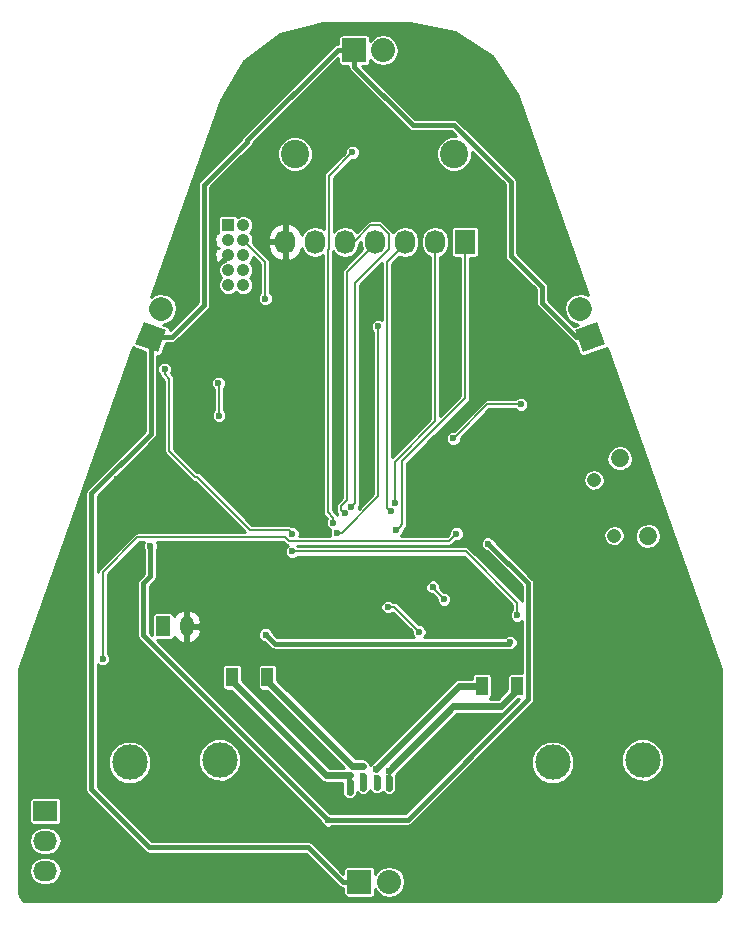
<source format=gbr>
G04 #@! TF.FileFunction,Copper,L2,Bot,Signal*
%FSLAX46Y46*%
G04 Gerber Fmt 4.6, Leading zero omitted, Abs format (unit mm)*
G04 Created by KiCad (PCBNEW 4.0.4-stable) date 10/27/17 11:40:57*
%MOMM*%
%LPD*%
G01*
G04 APERTURE LIST*
%ADD10C,0.100000*%
%ADD11C,3.000000*%
%ADD12C,1.150000*%
%ADD13C,1.550000*%
%ADD14R,1.727200X2.032000*%
%ADD15O,1.727200X2.032000*%
%ADD16R,1.000000X1.600000*%
%ADD17R,2.032000X2.032000*%
%ADD18O,2.032000X2.032000*%
%ADD19C,2.032000*%
%ADD20C,2.400000*%
%ADD21R,2.032000X1.727200*%
%ADD22O,2.032000X1.727200*%
%ADD23R,1.200000X1.700000*%
%ADD24O,1.200000X1.700000*%
%ADD25R,1.050000X1.050000*%
%ADD26C,1.050000*%
%ADD27C,0.600000*%
%ADD28C,0.200000*%
%ADD29C,0.400000*%
%ADD30C,0.600000*%
%ADD31C,0.254000*%
G04 APERTURE END LIST*
D10*
D11*
X159590000Y-111000000D03*
X167210000Y-110800000D03*
D12*
X164787051Y-91814497D02*
X164787051Y-91814497D01*
X163076950Y-87116034D02*
X163076950Y-87116034D01*
D13*
X167666241Y-91830736D02*
X167666241Y-91830736D01*
X165272100Y-85252887D02*
X165272100Y-85252887D01*
D14*
X152190000Y-66930000D03*
D15*
X149650000Y-66930000D03*
X147110000Y-66930000D03*
X144570000Y-66930000D03*
X142030000Y-66930000D03*
X139490000Y-66930000D03*
X136950000Y-66930000D03*
D16*
X132450000Y-103800000D03*
X135450000Y-103800000D03*
X153600000Y-104550000D03*
X156600000Y-104550000D03*
D17*
X142810000Y-50710000D03*
D18*
X145220000Y-50710000D03*
D10*
G36*
X126883489Y-74392765D02*
X126188504Y-76302220D01*
X124279049Y-75607235D01*
X124974034Y-73697780D01*
X126883489Y-74392765D01*
X126883489Y-74392765D01*
G37*
D19*
X126450000Y-72613181D02*
X126450000Y-72613181D01*
D10*
G36*
X163375966Y-73697780D02*
X164070951Y-75607235D01*
X162161496Y-76302220D01*
X161466511Y-74392765D01*
X163375966Y-73697780D01*
X163375966Y-73697780D01*
G37*
D19*
X161900000Y-72613181D02*
X161900000Y-72613181D01*
D17*
X143240000Y-121110000D03*
D18*
X145780000Y-121110000D03*
D20*
X137770000Y-59490000D03*
X151230000Y-59490000D03*
D21*
X116650000Y-115110000D03*
D22*
X116650000Y-117650000D03*
X116650000Y-120190000D03*
D11*
X123780000Y-111000000D03*
X131400000Y-110800000D03*
D23*
X126600000Y-99500000D03*
D24*
X128600000Y-99500000D03*
D25*
X132130000Y-65520000D03*
D26*
X132130000Y-66790000D03*
X132130000Y-68060000D03*
X132130000Y-69330000D03*
X132130000Y-70600000D03*
X133400000Y-66790000D03*
X133400000Y-68060000D03*
X133400000Y-69330000D03*
X133400000Y-70600000D03*
X133400000Y-65520000D03*
D27*
X141200000Y-77050000D03*
X147750000Y-81150000D03*
X144249990Y-85015152D03*
X132575728Y-90774272D03*
X152300000Y-90450000D03*
X147450000Y-97150000D03*
X139100000Y-97250000D03*
X148000000Y-52500000D03*
X129200000Y-70150000D03*
X125150000Y-88700000D03*
X126880000Y-85970000D03*
X122700000Y-87050000D03*
X149800000Y-120600000D03*
X168850000Y-102850000D03*
X141200000Y-81050000D03*
X146850000Y-82150000D03*
X138000000Y-90000000D03*
X144150000Y-97200000D03*
X144150000Y-97200000D03*
X139200000Y-104650000D03*
X138500000Y-112750000D03*
X138400000Y-111500000D03*
X134400000Y-111900000D03*
X134000000Y-114550000D03*
X130550000Y-119400000D03*
X140600000Y-117500000D03*
X118650000Y-95450000D03*
X132750000Y-91349990D03*
X150050000Y-85500000D03*
X132650000Y-85250000D03*
X129750000Y-86250000D03*
X143939584Y-87941873D03*
X146150000Y-107600000D03*
X146150000Y-107600000D03*
X140650000Y-107800000D03*
X140650000Y-107800000D03*
X149700000Y-88500000D03*
X158650000Y-85750000D03*
X162000000Y-88500000D03*
X164900000Y-87750000D03*
X158650000Y-93150000D03*
X125150000Y-91100000D03*
X156000000Y-100850000D03*
X135300000Y-100200000D03*
X125550000Y-92650000D03*
X140600000Y-115900000D03*
X154150000Y-92500000D03*
X146349978Y-91349990D03*
X146249989Y-89056605D03*
X145880364Y-89766109D03*
X141982293Y-89926508D03*
X142566409Y-89379857D03*
X142400000Y-113500000D03*
X142400000Y-112700000D03*
X142400000Y-112100000D03*
X143550000Y-113150000D03*
X143550000Y-112200000D03*
X143550000Y-111350000D03*
X144700000Y-113100000D03*
X144700000Y-112300000D03*
X144650000Y-111600000D03*
X145750000Y-113150000D03*
X145750000Y-112350000D03*
X145750000Y-111700000D03*
X135270000Y-71740000D03*
X131300000Y-78900000D03*
X131350000Y-81650000D03*
X148300000Y-99950000D03*
X145650000Y-97850000D03*
X142650000Y-59350000D03*
X141000000Y-90700000D03*
X126750000Y-77700000D03*
X137550000Y-91650000D03*
X144850000Y-74100000D03*
X141350000Y-91550000D03*
X156600000Y-98550000D03*
X137550000Y-93150000D03*
X151187291Y-83572890D03*
X156900000Y-80700000D03*
X150400000Y-97200000D03*
X149450000Y-96150000D03*
X121500000Y-102250000D03*
X151450000Y-91650000D03*
D28*
X141200000Y-81050000D02*
X141200000Y-77050000D01*
X147750000Y-81150000D02*
X147750000Y-81200000D01*
X147750000Y-81200000D02*
X147550000Y-81400000D01*
X149700000Y-88500000D02*
X150350000Y-88500000D01*
X150350000Y-88500000D02*
X152300000Y-90450000D01*
X144150000Y-97200000D02*
X147400000Y-97200000D01*
X147400000Y-97200000D02*
X147450000Y-97150000D01*
X144150000Y-97200000D02*
X139150000Y-97200000D01*
X139150000Y-97200000D02*
X139100000Y-97250000D01*
X129750000Y-86250000D02*
X129700000Y-86250000D01*
X129700000Y-86250000D02*
X129500000Y-86450000D01*
D29*
X136050000Y-100950000D02*
X155900000Y-100950000D01*
X155900000Y-100950000D02*
X156000000Y-100850000D01*
X135300000Y-100200000D02*
X136050000Y-100950000D01*
X125550000Y-95250000D02*
X125550000Y-92650000D01*
X124950000Y-100250000D02*
X124950000Y-95850000D01*
X124950000Y-95850000D02*
X125550000Y-95250000D01*
X140600000Y-115900000D02*
X125700000Y-101000000D01*
X125700000Y-101000000D02*
X124950000Y-100250000D01*
X147320002Y-115850000D02*
X140650000Y-115850000D01*
X140650000Y-115850000D02*
X140600000Y-115900000D01*
X157500000Y-95850000D02*
X157500001Y-105670001D01*
X157500001Y-105670001D02*
X147320002Y-115850000D01*
X154150000Y-92500000D02*
X157500000Y-95850000D01*
D28*
X152190000Y-66930000D02*
X152190000Y-80160000D01*
X146649977Y-91049991D02*
X146349978Y-91349990D01*
X152190000Y-80160000D02*
X146849999Y-85500001D01*
X146849999Y-85500001D02*
X146849999Y-90849969D01*
X146849999Y-90849969D02*
X146649977Y-91049991D01*
X149650000Y-66930000D02*
X149650000Y-82134300D01*
X149650000Y-82134300D02*
X146249989Y-85534311D01*
X146249989Y-85534311D02*
X146249989Y-88632341D01*
X146249989Y-88632341D02*
X146249989Y-89056605D01*
X145880364Y-89766109D02*
X145580365Y-89466110D01*
X145580365Y-89466110D02*
X145580365Y-68612035D01*
X145580365Y-68612035D02*
X147110000Y-67082400D01*
X147110000Y-67082400D02*
X147110000Y-66930000D01*
X142200000Y-69600000D02*
X142200000Y-88800012D01*
X142200000Y-69600000D02*
X142200000Y-69452400D01*
X142200000Y-69452400D02*
X144570000Y-67082400D01*
X144570000Y-67082400D02*
X144570000Y-66930000D01*
X142200000Y-88800012D02*
X141682294Y-89317718D01*
X141682294Y-89317718D02*
X141682294Y-89626509D01*
X141682294Y-89626509D02*
X141982293Y-89926508D01*
X142566409Y-89379857D02*
X142889451Y-89056815D01*
X142889451Y-89056815D02*
X142889451Y-70408542D01*
X142889451Y-70408542D02*
X145733610Y-67564383D01*
X145733610Y-67564383D02*
X145733610Y-66295617D01*
X145733610Y-66295617D02*
X144967983Y-65529990D01*
X144967983Y-65529990D02*
X144172017Y-65529990D01*
X144172017Y-65529990D02*
X142772007Y-66930000D01*
X142772007Y-66930000D02*
X142030000Y-66930000D01*
D30*
X142400000Y-112700000D02*
X142400000Y-113500000D01*
X140450000Y-112100000D02*
X142400000Y-112100000D01*
X132450000Y-103800000D02*
X132450000Y-104100000D01*
X132450000Y-104100000D02*
X140450000Y-112100000D01*
X143550000Y-112200000D02*
X143550000Y-113150000D01*
X142650000Y-111300000D02*
X143500000Y-111300000D01*
X143500000Y-111300000D02*
X143550000Y-111350000D01*
X135450000Y-103800000D02*
X135450000Y-104100000D01*
X135450000Y-104100000D02*
X142650000Y-111300000D01*
X144700000Y-112300000D02*
X144700000Y-113100000D01*
X153600000Y-104550000D02*
X151700000Y-104550000D01*
X151700000Y-104550000D02*
X144650000Y-111600000D01*
X145750000Y-112350000D02*
X145750000Y-113150000D01*
X155200000Y-106250000D02*
X151200000Y-106250000D01*
X151200000Y-106250000D02*
X145750000Y-111700000D01*
X156600000Y-104550000D02*
X156600000Y-104850000D01*
X156600000Y-104850000D02*
X155200000Y-106250000D01*
D28*
X133400000Y-66790000D02*
X135270000Y-68660000D01*
X135270000Y-68660000D02*
X135270000Y-71740000D01*
X131350000Y-81650000D02*
X131350000Y-78950000D01*
X131350000Y-78950000D02*
X131300000Y-78900000D01*
X145650000Y-97850000D02*
X146200000Y-97850000D01*
X146200000Y-97850000D02*
X148300000Y-99950000D01*
D29*
X158700000Y-70750000D02*
X158700000Y-72112473D01*
X158700000Y-72112473D02*
X161587527Y-75000000D01*
X161587527Y-75000000D02*
X162768731Y-75000000D01*
X156050000Y-68100000D02*
X158700000Y-70750000D01*
X156050000Y-61850000D02*
X156050000Y-68100000D01*
X151250000Y-57050000D02*
X156050000Y-61850000D01*
X147734000Y-57050000D02*
X151250000Y-57050000D01*
X142810000Y-50710000D02*
X142810000Y-52126000D01*
X142810000Y-52126000D02*
X147734000Y-57050000D01*
X133750000Y-58450000D02*
X133750000Y-58354000D01*
X133750000Y-58354000D02*
X141394000Y-50710000D01*
X141394000Y-50710000D02*
X142810000Y-50710000D01*
X130100000Y-62100000D02*
X133750000Y-58450000D01*
X130100000Y-72250000D02*
X130100000Y-62100000D01*
X127350000Y-75000000D02*
X130100000Y-72250000D01*
X125581269Y-75000000D02*
X127350000Y-75000000D01*
X120550000Y-88200000D02*
X125581269Y-83168731D01*
X125581269Y-83168731D02*
X125581269Y-75000000D01*
X120550000Y-113300000D02*
X120550000Y-88200000D01*
X125450000Y-118200000D02*
X120550000Y-113300000D01*
X138914000Y-118200000D02*
X125450000Y-118200000D01*
X143240000Y-121110000D02*
X141824000Y-121110000D01*
X141824000Y-121110000D02*
X138914000Y-118200000D01*
D28*
X140550000Y-89825736D02*
X140550000Y-67667993D01*
X140550000Y-67667993D02*
X140653610Y-67564383D01*
X140653610Y-67564383D02*
X140653610Y-61346390D01*
X140653610Y-61346390D02*
X142650000Y-59350000D01*
X141000000Y-90700000D02*
X141000000Y-90275736D01*
X141000000Y-90275736D02*
X140550000Y-89825736D01*
X127150000Y-84665698D02*
X127150000Y-79550000D01*
X126750000Y-77700000D02*
X126750000Y-78124264D01*
X126750000Y-78124264D02*
X127150000Y-78524264D01*
X127150000Y-78524264D02*
X127150000Y-79550000D01*
X134000001Y-91350001D02*
X129500008Y-86850008D01*
X129500008Y-86850008D02*
X129334310Y-86850008D01*
X129334310Y-86850008D02*
X127150000Y-84665698D01*
X137550000Y-91650000D02*
X137250001Y-91350001D01*
X137250001Y-91350001D02*
X134000001Y-91350001D01*
X144850000Y-74450000D02*
X144850000Y-74100000D01*
X144850000Y-88474264D02*
X144850000Y-74450000D01*
X141350000Y-91550000D02*
X141774264Y-91550000D01*
X141774264Y-91550000D02*
X144850000Y-88474264D01*
X152250000Y-93150000D02*
X156600000Y-97500000D01*
X156600000Y-97500000D02*
X156600000Y-98550000D01*
X137550000Y-93150000D02*
X152250000Y-93150000D01*
X156900000Y-80700000D02*
X154060181Y-80700000D01*
X154060181Y-80700000D02*
X151487290Y-83272891D01*
X151487290Y-83272891D02*
X151187291Y-83572890D01*
X149450000Y-96150000D02*
X149450000Y-96250000D01*
X149450000Y-96250000D02*
X150400000Y-97200000D01*
X121500000Y-101825736D02*
X121500000Y-102250000D01*
X121500000Y-94900000D02*
X121500000Y-101825736D01*
X124450000Y-91950000D02*
X121500000Y-94900000D01*
X137261999Y-92250001D02*
X136961998Y-91950000D01*
X136961998Y-91950000D02*
X124450000Y-91950000D01*
X150849999Y-92250001D02*
X137261999Y-92250001D01*
X151450000Y-91650000D02*
X150849999Y-92250001D01*
D31*
G36*
X141460594Y-51726000D02*
X141483395Y-51847179D01*
X141555012Y-51958474D01*
X141664286Y-52033138D01*
X141794000Y-52059406D01*
X142283000Y-52059406D01*
X142283000Y-52126000D01*
X142323115Y-52327675D01*
X142437355Y-52498645D01*
X147361355Y-57422646D01*
X147532326Y-57536885D01*
X147734000Y-57577000D01*
X151031710Y-57577000D01*
X151417873Y-57963163D01*
X150927593Y-57962735D01*
X150366154Y-58194717D01*
X149936227Y-58623894D01*
X149703265Y-59184928D01*
X149702735Y-59792407D01*
X149934717Y-60353846D01*
X150363894Y-60783773D01*
X150924928Y-61016735D01*
X151532407Y-61017265D01*
X152093846Y-60785283D01*
X152523773Y-60356106D01*
X152756735Y-59795072D01*
X152757165Y-59302455D01*
X155523000Y-62068290D01*
X155523000Y-68100000D01*
X155563115Y-68301675D01*
X155677355Y-68472645D01*
X158173000Y-70968290D01*
X158173000Y-72112473D01*
X158213115Y-72314148D01*
X158327355Y-72485118D01*
X161214882Y-75372645D01*
X161385852Y-75486885D01*
X161519619Y-75513493D01*
X161848197Y-76416252D01*
X161911069Y-76522324D01*
X162016432Y-76602413D01*
X162144653Y-76635200D01*
X162275528Y-76615519D01*
X164178986Y-75922717D01*
X173813000Y-103142726D01*
X173813000Y-122059764D01*
X173754692Y-122352898D01*
X173605772Y-122575772D01*
X173382898Y-122724692D01*
X173089764Y-122783000D01*
X115150236Y-122783000D01*
X114857102Y-122724692D01*
X114634228Y-122575772D01*
X114485308Y-122352898D01*
X114427000Y-122059764D01*
X114427000Y-120190000D01*
X115280689Y-120190000D01*
X115371318Y-120645623D01*
X115629408Y-121031881D01*
X116015666Y-121289971D01*
X116471289Y-121380600D01*
X116828711Y-121380600D01*
X117284334Y-121289971D01*
X117670592Y-121031881D01*
X117928682Y-120645623D01*
X118019311Y-120190000D01*
X117928682Y-119734377D01*
X117670592Y-119348119D01*
X117284334Y-119090029D01*
X116828711Y-118999400D01*
X116471289Y-118999400D01*
X116015666Y-119090029D01*
X115629408Y-119348119D01*
X115371318Y-119734377D01*
X115280689Y-120190000D01*
X114427000Y-120190000D01*
X114427000Y-117650000D01*
X115280689Y-117650000D01*
X115371318Y-118105623D01*
X115629408Y-118491881D01*
X116015666Y-118749971D01*
X116471289Y-118840600D01*
X116828711Y-118840600D01*
X117284334Y-118749971D01*
X117670592Y-118491881D01*
X117928682Y-118105623D01*
X118019311Y-117650000D01*
X117928682Y-117194377D01*
X117670592Y-116808119D01*
X117284334Y-116550029D01*
X116828711Y-116459400D01*
X116471289Y-116459400D01*
X116015666Y-116550029D01*
X115629408Y-116808119D01*
X115371318Y-117194377D01*
X115280689Y-117650000D01*
X114427000Y-117650000D01*
X114427000Y-114246400D01*
X115300594Y-114246400D01*
X115300594Y-115973600D01*
X115323395Y-116094779D01*
X115395012Y-116206074D01*
X115504286Y-116280738D01*
X115634000Y-116307006D01*
X117666000Y-116307006D01*
X117787179Y-116284205D01*
X117898474Y-116212588D01*
X117973138Y-116103314D01*
X117999406Y-115973600D01*
X117999406Y-114246400D01*
X117976605Y-114125221D01*
X117904988Y-114013926D01*
X117795714Y-113939262D01*
X117666000Y-113912994D01*
X115634000Y-113912994D01*
X115512821Y-113935795D01*
X115401526Y-114007412D01*
X115326862Y-114116686D01*
X115300594Y-114246400D01*
X114427000Y-114246400D01*
X114427000Y-103142726D01*
X124080155Y-75868637D01*
X124165017Y-75920534D01*
X125054269Y-76244195D01*
X125054269Y-82950441D01*
X120177355Y-87827355D01*
X120063115Y-87998325D01*
X120028504Y-88172329D01*
X120023000Y-88200000D01*
X120023000Y-113300000D01*
X120063115Y-113501675D01*
X120177355Y-113672645D01*
X125077354Y-118572645D01*
X125191594Y-118648978D01*
X125248326Y-118686885D01*
X125450000Y-118727000D01*
X138695710Y-118727000D01*
X141451354Y-121482645D01*
X141565594Y-121558978D01*
X141622326Y-121596885D01*
X141824000Y-121637000D01*
X141890594Y-121637000D01*
X141890594Y-122126000D01*
X141913395Y-122247179D01*
X141985012Y-122358474D01*
X142094286Y-122433138D01*
X142224000Y-122459406D01*
X144256000Y-122459406D01*
X144377179Y-122436605D01*
X144488474Y-122364988D01*
X144563138Y-122255714D01*
X144589406Y-122126000D01*
X144589406Y-121725349D01*
X144830356Y-122085955D01*
X145266056Y-122377081D01*
X145780000Y-122479311D01*
X146293944Y-122377081D01*
X146729644Y-122085955D01*
X147020770Y-121650255D01*
X147123000Y-121136311D01*
X147123000Y-121083689D01*
X147020770Y-120569745D01*
X146729644Y-120134045D01*
X146293944Y-119842919D01*
X145780000Y-119740689D01*
X145266056Y-119842919D01*
X144830356Y-120134045D01*
X144589406Y-120494651D01*
X144589406Y-120094000D01*
X144566605Y-119972821D01*
X144494988Y-119861526D01*
X144385714Y-119786862D01*
X144256000Y-119760594D01*
X142224000Y-119760594D01*
X142102821Y-119783395D01*
X141991526Y-119855012D01*
X141916862Y-119964286D01*
X141890594Y-120094000D01*
X141890594Y-120431303D01*
X139286645Y-117827355D01*
X139115675Y-117713115D01*
X138914000Y-117673000D01*
X125668291Y-117673000D01*
X121077000Y-113081710D01*
X121077000Y-111361818D01*
X121952684Y-111361818D01*
X122230242Y-112033560D01*
X122743736Y-112547952D01*
X123414993Y-112826682D01*
X124141818Y-112827316D01*
X124813560Y-112549758D01*
X125327952Y-112036264D01*
X125606682Y-111365007D01*
X125606859Y-111161818D01*
X129572684Y-111161818D01*
X129850242Y-111833560D01*
X130363736Y-112347952D01*
X131034993Y-112626682D01*
X131761818Y-112627316D01*
X132433560Y-112349758D01*
X132947952Y-111836264D01*
X133226682Y-111165007D01*
X133227316Y-110438182D01*
X132949758Y-109766440D01*
X132436264Y-109252048D01*
X131765007Y-108973318D01*
X131038182Y-108972684D01*
X130366440Y-109250242D01*
X129852048Y-109763736D01*
X129573318Y-110434993D01*
X129572684Y-111161818D01*
X125606859Y-111161818D01*
X125607316Y-110638182D01*
X125329758Y-109966440D01*
X124816264Y-109452048D01*
X124145007Y-109173318D01*
X123418182Y-109172684D01*
X122746440Y-109450242D01*
X122232048Y-109963736D01*
X121953318Y-110634993D01*
X121952684Y-111361818D01*
X121077000Y-111361818D01*
X121077000Y-102713748D01*
X121144369Y-102781235D01*
X121374735Y-102876891D01*
X121624171Y-102877109D01*
X121854703Y-102781855D01*
X122031235Y-102605631D01*
X122126891Y-102375265D01*
X122127109Y-102125829D01*
X122031855Y-101895297D01*
X121927000Y-101790259D01*
X121927000Y-95076870D01*
X124626870Y-92377000D01*
X124984454Y-92377000D01*
X124923109Y-92524735D01*
X124922891Y-92774171D01*
X125018145Y-93004703D01*
X125023000Y-93009566D01*
X125023000Y-95031710D01*
X124577355Y-95477355D01*
X124463115Y-95648325D01*
X124445500Y-95736885D01*
X124423000Y-95850000D01*
X124423000Y-100250000D01*
X124463115Y-100451675D01*
X124577355Y-100622645D01*
X139972896Y-116018186D01*
X139972891Y-116024171D01*
X140068145Y-116254703D01*
X140244369Y-116431235D01*
X140474735Y-116526891D01*
X140724171Y-116527109D01*
X140954703Y-116431855D01*
X141009654Y-116377000D01*
X147320002Y-116377000D01*
X147521677Y-116336885D01*
X147692647Y-116222645D01*
X152553474Y-111361818D01*
X157762684Y-111361818D01*
X158040242Y-112033560D01*
X158553736Y-112547952D01*
X159224993Y-112826682D01*
X159951818Y-112827316D01*
X160623560Y-112549758D01*
X161137952Y-112036264D01*
X161416682Y-111365007D01*
X161416859Y-111161818D01*
X165382684Y-111161818D01*
X165660242Y-111833560D01*
X166173736Y-112347952D01*
X166844993Y-112626682D01*
X167571818Y-112627316D01*
X168243560Y-112349758D01*
X168757952Y-111836264D01*
X169036682Y-111165007D01*
X169037316Y-110438182D01*
X168759758Y-109766440D01*
X168246264Y-109252048D01*
X167575007Y-108973318D01*
X166848182Y-108972684D01*
X166176440Y-109250242D01*
X165662048Y-109763736D01*
X165383318Y-110434993D01*
X165382684Y-111161818D01*
X161416859Y-111161818D01*
X161417316Y-110638182D01*
X161139758Y-109966440D01*
X160626264Y-109452048D01*
X159955007Y-109173318D01*
X159228182Y-109172684D01*
X158556440Y-109450242D01*
X158042048Y-109963736D01*
X157763318Y-110634993D01*
X157762684Y-111361818D01*
X152553474Y-111361818D01*
X157872647Y-106042646D01*
X157986886Y-105871675D01*
X158027001Y-105670001D01*
X158027000Y-95850000D01*
X157986885Y-95648326D01*
X157903217Y-95523109D01*
X157872645Y-95477354D01*
X154777104Y-92381814D01*
X154777109Y-92375829D01*
X154681855Y-92145297D01*
X154505631Y-91968765D01*
X154275265Y-91873109D01*
X154025829Y-91872891D01*
X153795297Y-91968145D01*
X153618765Y-92144369D01*
X153523109Y-92374735D01*
X153522891Y-92624171D01*
X153618145Y-92854703D01*
X153794369Y-93031235D01*
X154024735Y-93126891D01*
X154031607Y-93126897D01*
X156973000Y-96068291D01*
X156973000Y-97304422D01*
X156901935Y-97198065D01*
X152551935Y-92848065D01*
X152413406Y-92755503D01*
X152250000Y-92722999D01*
X152249995Y-92723000D01*
X138009684Y-92723000D01*
X137963765Y-92677001D01*
X150849994Y-92677001D01*
X150849999Y-92677002D01*
X151013405Y-92644498D01*
X151151934Y-92551936D01*
X151426889Y-92276980D01*
X151574171Y-92277109D01*
X151804703Y-92181855D01*
X151981235Y-92005631D01*
X152074422Y-91781210D01*
X163869304Y-91781210D01*
X163922848Y-92129056D01*
X164105431Y-92429933D01*
X164389256Y-92638036D01*
X164731115Y-92721683D01*
X165078961Y-92668139D01*
X165112171Y-92656051D01*
X165413048Y-92473468D01*
X165621151Y-92189642D01*
X165704798Y-91847784D01*
X165695913Y-91790058D01*
X166545003Y-91790058D01*
X166610415Y-92215032D01*
X166833479Y-92582625D01*
X167180234Y-92836874D01*
X167597892Y-92939071D01*
X168022866Y-92873659D01*
X168063440Y-92858891D01*
X168431033Y-92635827D01*
X168685282Y-92289072D01*
X168787479Y-91871414D01*
X168722067Y-91446440D01*
X168499003Y-91078847D01*
X168152248Y-90824598D01*
X167734590Y-90722401D01*
X167309616Y-90787813D01*
X167269042Y-90802581D01*
X166901449Y-91025645D01*
X166647200Y-91372400D01*
X166545003Y-91790058D01*
X165695913Y-91790058D01*
X165651255Y-91499938D01*
X165468672Y-91199061D01*
X165184846Y-90990958D01*
X164842988Y-90907311D01*
X164495142Y-90960855D01*
X164461931Y-90972943D01*
X164161054Y-91155526D01*
X163952951Y-91439351D01*
X163869304Y-91781210D01*
X152074422Y-91781210D01*
X152076891Y-91775265D01*
X152077109Y-91525829D01*
X151981855Y-91295297D01*
X151805631Y-91118765D01*
X151575265Y-91023109D01*
X151325829Y-91022891D01*
X151095297Y-91118145D01*
X150918765Y-91294369D01*
X150823109Y-91524735D01*
X150822979Y-91673151D01*
X150673129Y-91823001D01*
X146763628Y-91823001D01*
X146881213Y-91705621D01*
X146976869Y-91475255D01*
X146976999Y-91326839D01*
X147151931Y-91151906D01*
X147151934Y-91151904D01*
X147244496Y-91013375D01*
X147248094Y-90995287D01*
X147277000Y-90849969D01*
X147276999Y-90849964D01*
X147276999Y-87082747D01*
X162159203Y-87082747D01*
X162212747Y-87430593D01*
X162395330Y-87731470D01*
X162679155Y-87939573D01*
X163021014Y-88023220D01*
X163368860Y-87969676D01*
X163402070Y-87957588D01*
X163702947Y-87775005D01*
X163911050Y-87491179D01*
X163994697Y-87149321D01*
X163941154Y-86801475D01*
X163758571Y-86500598D01*
X163474745Y-86292495D01*
X163132887Y-86208848D01*
X162785041Y-86262392D01*
X162751830Y-86274480D01*
X162450953Y-86457063D01*
X162242850Y-86740888D01*
X162159203Y-87082747D01*
X147276999Y-87082747D01*
X147276999Y-85676871D01*
X147741660Y-85212209D01*
X164150862Y-85212209D01*
X164216274Y-85637183D01*
X164439338Y-86004776D01*
X164786093Y-86259025D01*
X165203751Y-86361222D01*
X165628725Y-86295810D01*
X165669299Y-86281042D01*
X166036892Y-86057978D01*
X166291141Y-85711223D01*
X166393338Y-85293565D01*
X166327926Y-84868591D01*
X166104862Y-84500998D01*
X165758107Y-84246749D01*
X165340449Y-84144552D01*
X164915475Y-84209964D01*
X164874901Y-84224732D01*
X164507308Y-84447796D01*
X164253059Y-84794551D01*
X164150862Y-85212209D01*
X147741660Y-85212209D01*
X149256808Y-83697061D01*
X150560182Y-83697061D01*
X150655436Y-83927593D01*
X150831660Y-84104125D01*
X151062026Y-84199781D01*
X151311462Y-84199999D01*
X151541994Y-84104745D01*
X151718526Y-83928521D01*
X151814182Y-83698155D01*
X151814312Y-83549739D01*
X154237050Y-81127000D01*
X156440316Y-81127000D01*
X156544369Y-81231235D01*
X156774735Y-81326891D01*
X157024171Y-81327109D01*
X157254703Y-81231855D01*
X157431235Y-81055631D01*
X157526891Y-80825265D01*
X157527109Y-80575829D01*
X157431855Y-80345297D01*
X157255631Y-80168765D01*
X157025265Y-80073109D01*
X156775829Y-80072891D01*
X156545297Y-80168145D01*
X156440259Y-80273000D01*
X154060181Y-80273000D01*
X153896775Y-80305503D01*
X153758246Y-80398065D01*
X153758244Y-80398068D01*
X151210401Y-82945910D01*
X151063120Y-82945781D01*
X150832588Y-83041035D01*
X150656056Y-83217259D01*
X150560400Y-83447625D01*
X150560182Y-83697061D01*
X149256808Y-83697061D01*
X152491932Y-80461937D01*
X152491935Y-80461935D01*
X152584497Y-80323406D01*
X152588058Y-80305503D01*
X152617001Y-80160000D01*
X152617000Y-80159995D01*
X152617000Y-68279406D01*
X153053600Y-68279406D01*
X153174779Y-68256605D01*
X153286074Y-68184988D01*
X153360738Y-68075714D01*
X153387006Y-67946000D01*
X153387006Y-65914000D01*
X153364205Y-65792821D01*
X153292588Y-65681526D01*
X153183314Y-65606862D01*
X153053600Y-65580594D01*
X151326400Y-65580594D01*
X151205221Y-65603395D01*
X151093926Y-65675012D01*
X151019262Y-65784286D01*
X150992994Y-65914000D01*
X150992994Y-67946000D01*
X151015795Y-68067179D01*
X151087412Y-68178474D01*
X151196686Y-68253138D01*
X151326400Y-68279406D01*
X151763000Y-68279406D01*
X151763000Y-79983131D01*
X150077000Y-81669131D01*
X150077000Y-68214375D01*
X150105623Y-68208682D01*
X150491881Y-67950592D01*
X150749971Y-67564334D01*
X150840600Y-67108711D01*
X150840600Y-66751289D01*
X150749971Y-66295666D01*
X150491881Y-65909408D01*
X150105623Y-65651318D01*
X149650000Y-65560689D01*
X149194377Y-65651318D01*
X148808119Y-65909408D01*
X148550029Y-66295666D01*
X148459400Y-66751289D01*
X148459400Y-67108711D01*
X148550029Y-67564334D01*
X148808119Y-67950592D01*
X149194377Y-68208682D01*
X149223000Y-68214375D01*
X149223000Y-81957431D01*
X146007365Y-85173065D01*
X146007365Y-68788905D01*
X146614340Y-68181930D01*
X146654377Y-68208682D01*
X147110000Y-68299311D01*
X147565623Y-68208682D01*
X147951881Y-67950592D01*
X148209971Y-67564334D01*
X148300600Y-67108711D01*
X148300600Y-66751289D01*
X148209971Y-66295666D01*
X147951881Y-65909408D01*
X147565623Y-65651318D01*
X147110000Y-65560689D01*
X146654377Y-65651318D01*
X146268119Y-65909408D01*
X146123677Y-66125581D01*
X146035545Y-65993682D01*
X145269918Y-65228055D01*
X145131389Y-65135493D01*
X144967983Y-65102989D01*
X144967978Y-65102990D01*
X144172017Y-65102990D01*
X144008611Y-65135493D01*
X143870082Y-65228055D01*
X142998793Y-66099344D01*
X142871881Y-65909408D01*
X142485623Y-65651318D01*
X142030000Y-65560689D01*
X141574377Y-65651318D01*
X141188119Y-65909408D01*
X141080610Y-66070306D01*
X141080610Y-61523260D01*
X142626889Y-59976980D01*
X142774171Y-59977109D01*
X143004703Y-59881855D01*
X143181235Y-59705631D01*
X143276891Y-59475265D01*
X143277109Y-59225829D01*
X143181855Y-58995297D01*
X143005631Y-58818765D01*
X142775265Y-58723109D01*
X142525829Y-58722891D01*
X142295297Y-58818145D01*
X142118765Y-58994369D01*
X142023109Y-59224735D01*
X142022979Y-59373152D01*
X140351675Y-61044455D01*
X140259113Y-61182984D01*
X140226609Y-61346390D01*
X140226610Y-61346395D01*
X140226610Y-65839068D01*
X139945623Y-65651318D01*
X139490000Y-65560689D01*
X139034377Y-65651318D01*
X138648119Y-65909408D01*
X138390029Y-66295666D01*
X138371854Y-66387039D01*
X138241954Y-66015680D01*
X137852036Y-65579268D01*
X137324791Y-65325291D01*
X137309026Y-65322642D01*
X137077000Y-65443783D01*
X137077000Y-66803000D01*
X137097000Y-66803000D01*
X137097000Y-67057000D01*
X137077000Y-67057000D01*
X137077000Y-68416217D01*
X137309026Y-68537358D01*
X137324791Y-68534709D01*
X137852036Y-68280732D01*
X138241954Y-67844320D01*
X138371854Y-67472961D01*
X138390029Y-67564334D01*
X138648119Y-67950592D01*
X139034377Y-68208682D01*
X139490000Y-68299311D01*
X139945623Y-68208682D01*
X140123000Y-68090162D01*
X140123000Y-89825731D01*
X140122999Y-89825736D01*
X140155503Y-89989142D01*
X140248065Y-90127671D01*
X140467591Y-90347197D01*
X140373109Y-90574735D01*
X140372891Y-90824171D01*
X140468145Y-91054703D01*
X140644369Y-91231235D01*
X140780061Y-91287579D01*
X140723109Y-91424735D01*
X140722891Y-91674171D01*
X140784386Y-91823001D01*
X138157069Y-91823001D01*
X138176891Y-91775265D01*
X138177109Y-91525829D01*
X138081855Y-91295297D01*
X137905631Y-91118765D01*
X137675265Y-91023109D01*
X137514375Y-91022968D01*
X137413407Y-90955504D01*
X137250001Y-90923000D01*
X137249996Y-90923001D01*
X134176871Y-90923001D01*
X129801943Y-86548073D01*
X129663414Y-86455511D01*
X129513952Y-86425781D01*
X127577000Y-84488828D01*
X127577000Y-79024171D01*
X130672891Y-79024171D01*
X130768145Y-79254703D01*
X130923000Y-79409829D01*
X130923000Y-81190316D01*
X130818765Y-81294369D01*
X130723109Y-81524735D01*
X130722891Y-81774171D01*
X130818145Y-82004703D01*
X130994369Y-82181235D01*
X131224735Y-82276891D01*
X131474171Y-82277109D01*
X131704703Y-82181855D01*
X131881235Y-82005631D01*
X131976891Y-81775265D01*
X131977109Y-81525829D01*
X131881855Y-81295297D01*
X131777000Y-81190259D01*
X131777000Y-79309771D01*
X131831235Y-79255631D01*
X131926891Y-79025265D01*
X131927109Y-78775829D01*
X131831855Y-78545297D01*
X131655631Y-78368765D01*
X131425265Y-78273109D01*
X131175829Y-78272891D01*
X130945297Y-78368145D01*
X130768765Y-78544369D01*
X130673109Y-78774735D01*
X130672891Y-79024171D01*
X127577000Y-79024171D01*
X127577000Y-78524264D01*
X127544497Y-78360858D01*
X127451935Y-78222329D01*
X127451932Y-78222327D01*
X127282409Y-78052804D01*
X127376891Y-77825265D01*
X127377109Y-77575829D01*
X127281855Y-77345297D01*
X127105631Y-77168765D01*
X126875265Y-77073109D01*
X126625829Y-77072891D01*
X126395297Y-77168145D01*
X126218765Y-77344369D01*
X126123109Y-77574735D01*
X126122891Y-77824171D01*
X126218145Y-78054703D01*
X126331812Y-78168569D01*
X126355503Y-78287670D01*
X126448065Y-78426199D01*
X126723000Y-78701133D01*
X126723000Y-84665693D01*
X126722999Y-84665698D01*
X126755503Y-84829104D01*
X126848065Y-84967633D01*
X129032373Y-87151940D01*
X129032375Y-87151943D01*
X129170904Y-87244505D01*
X129320365Y-87274235D01*
X133569130Y-91523000D01*
X124450005Y-91523000D01*
X124450000Y-91522999D01*
X124286594Y-91555503D01*
X124148065Y-91648065D01*
X121198065Y-94598065D01*
X121105503Y-94736594D01*
X121077000Y-94879886D01*
X121077000Y-88418290D01*
X125953914Y-83541376D01*
X126068154Y-83370406D01*
X126108269Y-83168731D01*
X126108269Y-76621080D01*
X126196142Y-76635539D01*
X126325220Y-76606306D01*
X126432755Y-76529158D01*
X126501803Y-76416252D01*
X126825464Y-75527000D01*
X127350000Y-75527000D01*
X127551675Y-75486885D01*
X127722645Y-75372645D01*
X130472645Y-72622645D01*
X130586885Y-72451675D01*
X130614240Y-72314148D01*
X130627000Y-72250000D01*
X130627000Y-66638985D01*
X130956954Y-66638985D01*
X130988457Y-67099386D01*
X131104038Y-67378425D01*
X131306186Y-67415794D01*
X131315392Y-67425000D01*
X131306186Y-67434206D01*
X131104038Y-67471575D01*
X130956954Y-67908985D01*
X130988457Y-68369386D01*
X131104038Y-68648425D01*
X131321727Y-68688667D01*
X131950395Y-68060000D01*
X131936253Y-68045858D01*
X132022008Y-67960102D01*
X132224160Y-67946270D01*
X132323748Y-68045858D01*
X132309605Y-68060000D01*
X132323748Y-68074142D01*
X132144143Y-68253748D01*
X132130000Y-68239605D01*
X131842805Y-68526801D01*
X131648011Y-68607288D01*
X131408130Y-68846750D01*
X131278148Y-69159783D01*
X131277852Y-69498730D01*
X131407288Y-69811989D01*
X131560089Y-69965057D01*
X131408130Y-70116750D01*
X131278148Y-70429783D01*
X131277852Y-70768730D01*
X131407288Y-71081989D01*
X131646750Y-71321870D01*
X131959783Y-71451852D01*
X132298730Y-71452148D01*
X132611989Y-71322712D01*
X132765057Y-71169911D01*
X132916750Y-71321870D01*
X133229783Y-71451852D01*
X133568730Y-71452148D01*
X133881989Y-71322712D01*
X134121870Y-71083250D01*
X134251852Y-70770217D01*
X134252148Y-70431270D01*
X134122712Y-70118011D01*
X133969911Y-69964943D01*
X134121870Y-69813250D01*
X134251852Y-69500217D01*
X134252148Y-69161270D01*
X134122712Y-68848011D01*
X133969911Y-68694943D01*
X134121870Y-68543250D01*
X134247303Y-68241172D01*
X134843000Y-68836869D01*
X134843000Y-71280316D01*
X134738765Y-71384369D01*
X134643109Y-71614735D01*
X134642891Y-71864171D01*
X134738145Y-72094703D01*
X134914369Y-72271235D01*
X135144735Y-72366891D01*
X135394171Y-72367109D01*
X135624703Y-72271855D01*
X135801235Y-72095631D01*
X135896891Y-71865265D01*
X135897109Y-71615829D01*
X135801855Y-71385297D01*
X135697000Y-71280259D01*
X135697000Y-68660000D01*
X135664497Y-68496594D01*
X135571935Y-68358065D01*
X135571932Y-68358063D01*
X134505782Y-67291913D01*
X135464816Y-67291913D01*
X135658046Y-67844320D01*
X136047964Y-68280732D01*
X136575209Y-68534709D01*
X136590974Y-68537358D01*
X136823000Y-68416217D01*
X136823000Y-67057000D01*
X135609076Y-67057000D01*
X135464816Y-67291913D01*
X134505782Y-67291913D01*
X134229035Y-67015166D01*
X134251852Y-66960217D01*
X134252148Y-66621270D01*
X134230174Y-66568087D01*
X135464816Y-66568087D01*
X135609076Y-66803000D01*
X136823000Y-66803000D01*
X136823000Y-65443783D01*
X136590974Y-65322642D01*
X136575209Y-65325291D01*
X136047964Y-65579268D01*
X135658046Y-66015680D01*
X135464816Y-66568087D01*
X134230174Y-66568087D01*
X134122712Y-66308011D01*
X133969911Y-66154943D01*
X134121870Y-66003250D01*
X134251852Y-65690217D01*
X134252148Y-65351270D01*
X134122712Y-65038011D01*
X133883250Y-64798130D01*
X133570217Y-64668148D01*
X133231270Y-64667852D01*
X132918011Y-64797288D01*
X132917004Y-64798293D01*
X132893988Y-64762526D01*
X132784714Y-64687862D01*
X132655000Y-64661594D01*
X131605000Y-64661594D01*
X131483821Y-64684395D01*
X131372526Y-64756012D01*
X131297862Y-64865286D01*
X131271594Y-64995000D01*
X131271594Y-65979298D01*
X131205642Y-66045250D01*
X131286938Y-66126546D01*
X131294395Y-66166179D01*
X131294514Y-66166364D01*
X131104038Y-66201575D01*
X130956954Y-66638985D01*
X130627000Y-66638985D01*
X130627000Y-62318290D01*
X133152883Y-59792407D01*
X136242735Y-59792407D01*
X136474717Y-60353846D01*
X136903894Y-60783773D01*
X137464928Y-61016735D01*
X138072407Y-61017265D01*
X138633846Y-60785283D01*
X139063773Y-60356106D01*
X139296735Y-59795072D01*
X139297265Y-59187593D01*
X139065283Y-58626154D01*
X138636106Y-58196227D01*
X138075072Y-57963265D01*
X137467593Y-57962735D01*
X136906154Y-58194717D01*
X136476227Y-58623894D01*
X136243265Y-59184928D01*
X136242735Y-59792407D01*
X133152883Y-59792407D01*
X134122646Y-58822645D01*
X134236885Y-58651674D01*
X134246635Y-58602655D01*
X141460594Y-51388697D01*
X141460594Y-51726000D01*
X141460594Y-51726000D01*
G37*
X141460594Y-51726000D02*
X141483395Y-51847179D01*
X141555012Y-51958474D01*
X141664286Y-52033138D01*
X141794000Y-52059406D01*
X142283000Y-52059406D01*
X142283000Y-52126000D01*
X142323115Y-52327675D01*
X142437355Y-52498645D01*
X147361355Y-57422646D01*
X147532326Y-57536885D01*
X147734000Y-57577000D01*
X151031710Y-57577000D01*
X151417873Y-57963163D01*
X150927593Y-57962735D01*
X150366154Y-58194717D01*
X149936227Y-58623894D01*
X149703265Y-59184928D01*
X149702735Y-59792407D01*
X149934717Y-60353846D01*
X150363894Y-60783773D01*
X150924928Y-61016735D01*
X151532407Y-61017265D01*
X152093846Y-60785283D01*
X152523773Y-60356106D01*
X152756735Y-59795072D01*
X152757165Y-59302455D01*
X155523000Y-62068290D01*
X155523000Y-68100000D01*
X155563115Y-68301675D01*
X155677355Y-68472645D01*
X158173000Y-70968290D01*
X158173000Y-72112473D01*
X158213115Y-72314148D01*
X158327355Y-72485118D01*
X161214882Y-75372645D01*
X161385852Y-75486885D01*
X161519619Y-75513493D01*
X161848197Y-76416252D01*
X161911069Y-76522324D01*
X162016432Y-76602413D01*
X162144653Y-76635200D01*
X162275528Y-76615519D01*
X164178986Y-75922717D01*
X173813000Y-103142726D01*
X173813000Y-122059764D01*
X173754692Y-122352898D01*
X173605772Y-122575772D01*
X173382898Y-122724692D01*
X173089764Y-122783000D01*
X115150236Y-122783000D01*
X114857102Y-122724692D01*
X114634228Y-122575772D01*
X114485308Y-122352898D01*
X114427000Y-122059764D01*
X114427000Y-120190000D01*
X115280689Y-120190000D01*
X115371318Y-120645623D01*
X115629408Y-121031881D01*
X116015666Y-121289971D01*
X116471289Y-121380600D01*
X116828711Y-121380600D01*
X117284334Y-121289971D01*
X117670592Y-121031881D01*
X117928682Y-120645623D01*
X118019311Y-120190000D01*
X117928682Y-119734377D01*
X117670592Y-119348119D01*
X117284334Y-119090029D01*
X116828711Y-118999400D01*
X116471289Y-118999400D01*
X116015666Y-119090029D01*
X115629408Y-119348119D01*
X115371318Y-119734377D01*
X115280689Y-120190000D01*
X114427000Y-120190000D01*
X114427000Y-117650000D01*
X115280689Y-117650000D01*
X115371318Y-118105623D01*
X115629408Y-118491881D01*
X116015666Y-118749971D01*
X116471289Y-118840600D01*
X116828711Y-118840600D01*
X117284334Y-118749971D01*
X117670592Y-118491881D01*
X117928682Y-118105623D01*
X118019311Y-117650000D01*
X117928682Y-117194377D01*
X117670592Y-116808119D01*
X117284334Y-116550029D01*
X116828711Y-116459400D01*
X116471289Y-116459400D01*
X116015666Y-116550029D01*
X115629408Y-116808119D01*
X115371318Y-117194377D01*
X115280689Y-117650000D01*
X114427000Y-117650000D01*
X114427000Y-114246400D01*
X115300594Y-114246400D01*
X115300594Y-115973600D01*
X115323395Y-116094779D01*
X115395012Y-116206074D01*
X115504286Y-116280738D01*
X115634000Y-116307006D01*
X117666000Y-116307006D01*
X117787179Y-116284205D01*
X117898474Y-116212588D01*
X117973138Y-116103314D01*
X117999406Y-115973600D01*
X117999406Y-114246400D01*
X117976605Y-114125221D01*
X117904988Y-114013926D01*
X117795714Y-113939262D01*
X117666000Y-113912994D01*
X115634000Y-113912994D01*
X115512821Y-113935795D01*
X115401526Y-114007412D01*
X115326862Y-114116686D01*
X115300594Y-114246400D01*
X114427000Y-114246400D01*
X114427000Y-103142726D01*
X124080155Y-75868637D01*
X124165017Y-75920534D01*
X125054269Y-76244195D01*
X125054269Y-82950441D01*
X120177355Y-87827355D01*
X120063115Y-87998325D01*
X120028504Y-88172329D01*
X120023000Y-88200000D01*
X120023000Y-113300000D01*
X120063115Y-113501675D01*
X120177355Y-113672645D01*
X125077354Y-118572645D01*
X125191594Y-118648978D01*
X125248326Y-118686885D01*
X125450000Y-118727000D01*
X138695710Y-118727000D01*
X141451354Y-121482645D01*
X141565594Y-121558978D01*
X141622326Y-121596885D01*
X141824000Y-121637000D01*
X141890594Y-121637000D01*
X141890594Y-122126000D01*
X141913395Y-122247179D01*
X141985012Y-122358474D01*
X142094286Y-122433138D01*
X142224000Y-122459406D01*
X144256000Y-122459406D01*
X144377179Y-122436605D01*
X144488474Y-122364988D01*
X144563138Y-122255714D01*
X144589406Y-122126000D01*
X144589406Y-121725349D01*
X144830356Y-122085955D01*
X145266056Y-122377081D01*
X145780000Y-122479311D01*
X146293944Y-122377081D01*
X146729644Y-122085955D01*
X147020770Y-121650255D01*
X147123000Y-121136311D01*
X147123000Y-121083689D01*
X147020770Y-120569745D01*
X146729644Y-120134045D01*
X146293944Y-119842919D01*
X145780000Y-119740689D01*
X145266056Y-119842919D01*
X144830356Y-120134045D01*
X144589406Y-120494651D01*
X144589406Y-120094000D01*
X144566605Y-119972821D01*
X144494988Y-119861526D01*
X144385714Y-119786862D01*
X144256000Y-119760594D01*
X142224000Y-119760594D01*
X142102821Y-119783395D01*
X141991526Y-119855012D01*
X141916862Y-119964286D01*
X141890594Y-120094000D01*
X141890594Y-120431303D01*
X139286645Y-117827355D01*
X139115675Y-117713115D01*
X138914000Y-117673000D01*
X125668291Y-117673000D01*
X121077000Y-113081710D01*
X121077000Y-111361818D01*
X121952684Y-111361818D01*
X122230242Y-112033560D01*
X122743736Y-112547952D01*
X123414993Y-112826682D01*
X124141818Y-112827316D01*
X124813560Y-112549758D01*
X125327952Y-112036264D01*
X125606682Y-111365007D01*
X125606859Y-111161818D01*
X129572684Y-111161818D01*
X129850242Y-111833560D01*
X130363736Y-112347952D01*
X131034993Y-112626682D01*
X131761818Y-112627316D01*
X132433560Y-112349758D01*
X132947952Y-111836264D01*
X133226682Y-111165007D01*
X133227316Y-110438182D01*
X132949758Y-109766440D01*
X132436264Y-109252048D01*
X131765007Y-108973318D01*
X131038182Y-108972684D01*
X130366440Y-109250242D01*
X129852048Y-109763736D01*
X129573318Y-110434993D01*
X129572684Y-111161818D01*
X125606859Y-111161818D01*
X125607316Y-110638182D01*
X125329758Y-109966440D01*
X124816264Y-109452048D01*
X124145007Y-109173318D01*
X123418182Y-109172684D01*
X122746440Y-109450242D01*
X122232048Y-109963736D01*
X121953318Y-110634993D01*
X121952684Y-111361818D01*
X121077000Y-111361818D01*
X121077000Y-102713748D01*
X121144369Y-102781235D01*
X121374735Y-102876891D01*
X121624171Y-102877109D01*
X121854703Y-102781855D01*
X122031235Y-102605631D01*
X122126891Y-102375265D01*
X122127109Y-102125829D01*
X122031855Y-101895297D01*
X121927000Y-101790259D01*
X121927000Y-95076870D01*
X124626870Y-92377000D01*
X124984454Y-92377000D01*
X124923109Y-92524735D01*
X124922891Y-92774171D01*
X125018145Y-93004703D01*
X125023000Y-93009566D01*
X125023000Y-95031710D01*
X124577355Y-95477355D01*
X124463115Y-95648325D01*
X124445500Y-95736885D01*
X124423000Y-95850000D01*
X124423000Y-100250000D01*
X124463115Y-100451675D01*
X124577355Y-100622645D01*
X139972896Y-116018186D01*
X139972891Y-116024171D01*
X140068145Y-116254703D01*
X140244369Y-116431235D01*
X140474735Y-116526891D01*
X140724171Y-116527109D01*
X140954703Y-116431855D01*
X141009654Y-116377000D01*
X147320002Y-116377000D01*
X147521677Y-116336885D01*
X147692647Y-116222645D01*
X152553474Y-111361818D01*
X157762684Y-111361818D01*
X158040242Y-112033560D01*
X158553736Y-112547952D01*
X159224993Y-112826682D01*
X159951818Y-112827316D01*
X160623560Y-112549758D01*
X161137952Y-112036264D01*
X161416682Y-111365007D01*
X161416859Y-111161818D01*
X165382684Y-111161818D01*
X165660242Y-111833560D01*
X166173736Y-112347952D01*
X166844993Y-112626682D01*
X167571818Y-112627316D01*
X168243560Y-112349758D01*
X168757952Y-111836264D01*
X169036682Y-111165007D01*
X169037316Y-110438182D01*
X168759758Y-109766440D01*
X168246264Y-109252048D01*
X167575007Y-108973318D01*
X166848182Y-108972684D01*
X166176440Y-109250242D01*
X165662048Y-109763736D01*
X165383318Y-110434993D01*
X165382684Y-111161818D01*
X161416859Y-111161818D01*
X161417316Y-110638182D01*
X161139758Y-109966440D01*
X160626264Y-109452048D01*
X159955007Y-109173318D01*
X159228182Y-109172684D01*
X158556440Y-109450242D01*
X158042048Y-109963736D01*
X157763318Y-110634993D01*
X157762684Y-111361818D01*
X152553474Y-111361818D01*
X157872647Y-106042646D01*
X157986886Y-105871675D01*
X158027001Y-105670001D01*
X158027000Y-95850000D01*
X157986885Y-95648326D01*
X157903217Y-95523109D01*
X157872645Y-95477354D01*
X154777104Y-92381814D01*
X154777109Y-92375829D01*
X154681855Y-92145297D01*
X154505631Y-91968765D01*
X154275265Y-91873109D01*
X154025829Y-91872891D01*
X153795297Y-91968145D01*
X153618765Y-92144369D01*
X153523109Y-92374735D01*
X153522891Y-92624171D01*
X153618145Y-92854703D01*
X153794369Y-93031235D01*
X154024735Y-93126891D01*
X154031607Y-93126897D01*
X156973000Y-96068291D01*
X156973000Y-97304422D01*
X156901935Y-97198065D01*
X152551935Y-92848065D01*
X152413406Y-92755503D01*
X152250000Y-92722999D01*
X152249995Y-92723000D01*
X138009684Y-92723000D01*
X137963765Y-92677001D01*
X150849994Y-92677001D01*
X150849999Y-92677002D01*
X151013405Y-92644498D01*
X151151934Y-92551936D01*
X151426889Y-92276980D01*
X151574171Y-92277109D01*
X151804703Y-92181855D01*
X151981235Y-92005631D01*
X152074422Y-91781210D01*
X163869304Y-91781210D01*
X163922848Y-92129056D01*
X164105431Y-92429933D01*
X164389256Y-92638036D01*
X164731115Y-92721683D01*
X165078961Y-92668139D01*
X165112171Y-92656051D01*
X165413048Y-92473468D01*
X165621151Y-92189642D01*
X165704798Y-91847784D01*
X165695913Y-91790058D01*
X166545003Y-91790058D01*
X166610415Y-92215032D01*
X166833479Y-92582625D01*
X167180234Y-92836874D01*
X167597892Y-92939071D01*
X168022866Y-92873659D01*
X168063440Y-92858891D01*
X168431033Y-92635827D01*
X168685282Y-92289072D01*
X168787479Y-91871414D01*
X168722067Y-91446440D01*
X168499003Y-91078847D01*
X168152248Y-90824598D01*
X167734590Y-90722401D01*
X167309616Y-90787813D01*
X167269042Y-90802581D01*
X166901449Y-91025645D01*
X166647200Y-91372400D01*
X166545003Y-91790058D01*
X165695913Y-91790058D01*
X165651255Y-91499938D01*
X165468672Y-91199061D01*
X165184846Y-90990958D01*
X164842988Y-90907311D01*
X164495142Y-90960855D01*
X164461931Y-90972943D01*
X164161054Y-91155526D01*
X163952951Y-91439351D01*
X163869304Y-91781210D01*
X152074422Y-91781210D01*
X152076891Y-91775265D01*
X152077109Y-91525829D01*
X151981855Y-91295297D01*
X151805631Y-91118765D01*
X151575265Y-91023109D01*
X151325829Y-91022891D01*
X151095297Y-91118145D01*
X150918765Y-91294369D01*
X150823109Y-91524735D01*
X150822979Y-91673151D01*
X150673129Y-91823001D01*
X146763628Y-91823001D01*
X146881213Y-91705621D01*
X146976869Y-91475255D01*
X146976999Y-91326839D01*
X147151931Y-91151906D01*
X147151934Y-91151904D01*
X147244496Y-91013375D01*
X147248094Y-90995287D01*
X147277000Y-90849969D01*
X147276999Y-90849964D01*
X147276999Y-87082747D01*
X162159203Y-87082747D01*
X162212747Y-87430593D01*
X162395330Y-87731470D01*
X162679155Y-87939573D01*
X163021014Y-88023220D01*
X163368860Y-87969676D01*
X163402070Y-87957588D01*
X163702947Y-87775005D01*
X163911050Y-87491179D01*
X163994697Y-87149321D01*
X163941154Y-86801475D01*
X163758571Y-86500598D01*
X163474745Y-86292495D01*
X163132887Y-86208848D01*
X162785041Y-86262392D01*
X162751830Y-86274480D01*
X162450953Y-86457063D01*
X162242850Y-86740888D01*
X162159203Y-87082747D01*
X147276999Y-87082747D01*
X147276999Y-85676871D01*
X147741660Y-85212209D01*
X164150862Y-85212209D01*
X164216274Y-85637183D01*
X164439338Y-86004776D01*
X164786093Y-86259025D01*
X165203751Y-86361222D01*
X165628725Y-86295810D01*
X165669299Y-86281042D01*
X166036892Y-86057978D01*
X166291141Y-85711223D01*
X166393338Y-85293565D01*
X166327926Y-84868591D01*
X166104862Y-84500998D01*
X165758107Y-84246749D01*
X165340449Y-84144552D01*
X164915475Y-84209964D01*
X164874901Y-84224732D01*
X164507308Y-84447796D01*
X164253059Y-84794551D01*
X164150862Y-85212209D01*
X147741660Y-85212209D01*
X149256808Y-83697061D01*
X150560182Y-83697061D01*
X150655436Y-83927593D01*
X150831660Y-84104125D01*
X151062026Y-84199781D01*
X151311462Y-84199999D01*
X151541994Y-84104745D01*
X151718526Y-83928521D01*
X151814182Y-83698155D01*
X151814312Y-83549739D01*
X154237050Y-81127000D01*
X156440316Y-81127000D01*
X156544369Y-81231235D01*
X156774735Y-81326891D01*
X157024171Y-81327109D01*
X157254703Y-81231855D01*
X157431235Y-81055631D01*
X157526891Y-80825265D01*
X157527109Y-80575829D01*
X157431855Y-80345297D01*
X157255631Y-80168765D01*
X157025265Y-80073109D01*
X156775829Y-80072891D01*
X156545297Y-80168145D01*
X156440259Y-80273000D01*
X154060181Y-80273000D01*
X153896775Y-80305503D01*
X153758246Y-80398065D01*
X153758244Y-80398068D01*
X151210401Y-82945910D01*
X151063120Y-82945781D01*
X150832588Y-83041035D01*
X150656056Y-83217259D01*
X150560400Y-83447625D01*
X150560182Y-83697061D01*
X149256808Y-83697061D01*
X152491932Y-80461937D01*
X152491935Y-80461935D01*
X152584497Y-80323406D01*
X152588058Y-80305503D01*
X152617001Y-80160000D01*
X152617000Y-80159995D01*
X152617000Y-68279406D01*
X153053600Y-68279406D01*
X153174779Y-68256605D01*
X153286074Y-68184988D01*
X153360738Y-68075714D01*
X153387006Y-67946000D01*
X153387006Y-65914000D01*
X153364205Y-65792821D01*
X153292588Y-65681526D01*
X153183314Y-65606862D01*
X153053600Y-65580594D01*
X151326400Y-65580594D01*
X151205221Y-65603395D01*
X151093926Y-65675012D01*
X151019262Y-65784286D01*
X150992994Y-65914000D01*
X150992994Y-67946000D01*
X151015795Y-68067179D01*
X151087412Y-68178474D01*
X151196686Y-68253138D01*
X151326400Y-68279406D01*
X151763000Y-68279406D01*
X151763000Y-79983131D01*
X150077000Y-81669131D01*
X150077000Y-68214375D01*
X150105623Y-68208682D01*
X150491881Y-67950592D01*
X150749971Y-67564334D01*
X150840600Y-67108711D01*
X150840600Y-66751289D01*
X150749971Y-66295666D01*
X150491881Y-65909408D01*
X150105623Y-65651318D01*
X149650000Y-65560689D01*
X149194377Y-65651318D01*
X148808119Y-65909408D01*
X148550029Y-66295666D01*
X148459400Y-66751289D01*
X148459400Y-67108711D01*
X148550029Y-67564334D01*
X148808119Y-67950592D01*
X149194377Y-68208682D01*
X149223000Y-68214375D01*
X149223000Y-81957431D01*
X146007365Y-85173065D01*
X146007365Y-68788905D01*
X146614340Y-68181930D01*
X146654377Y-68208682D01*
X147110000Y-68299311D01*
X147565623Y-68208682D01*
X147951881Y-67950592D01*
X148209971Y-67564334D01*
X148300600Y-67108711D01*
X148300600Y-66751289D01*
X148209971Y-66295666D01*
X147951881Y-65909408D01*
X147565623Y-65651318D01*
X147110000Y-65560689D01*
X146654377Y-65651318D01*
X146268119Y-65909408D01*
X146123677Y-66125581D01*
X146035545Y-65993682D01*
X145269918Y-65228055D01*
X145131389Y-65135493D01*
X144967983Y-65102989D01*
X144967978Y-65102990D01*
X144172017Y-65102990D01*
X144008611Y-65135493D01*
X143870082Y-65228055D01*
X142998793Y-66099344D01*
X142871881Y-65909408D01*
X142485623Y-65651318D01*
X142030000Y-65560689D01*
X141574377Y-65651318D01*
X141188119Y-65909408D01*
X141080610Y-66070306D01*
X141080610Y-61523260D01*
X142626889Y-59976980D01*
X142774171Y-59977109D01*
X143004703Y-59881855D01*
X143181235Y-59705631D01*
X143276891Y-59475265D01*
X143277109Y-59225829D01*
X143181855Y-58995297D01*
X143005631Y-58818765D01*
X142775265Y-58723109D01*
X142525829Y-58722891D01*
X142295297Y-58818145D01*
X142118765Y-58994369D01*
X142023109Y-59224735D01*
X142022979Y-59373152D01*
X140351675Y-61044455D01*
X140259113Y-61182984D01*
X140226609Y-61346390D01*
X140226610Y-61346395D01*
X140226610Y-65839068D01*
X139945623Y-65651318D01*
X139490000Y-65560689D01*
X139034377Y-65651318D01*
X138648119Y-65909408D01*
X138390029Y-66295666D01*
X138371854Y-66387039D01*
X138241954Y-66015680D01*
X137852036Y-65579268D01*
X137324791Y-65325291D01*
X137309026Y-65322642D01*
X137077000Y-65443783D01*
X137077000Y-66803000D01*
X137097000Y-66803000D01*
X137097000Y-67057000D01*
X137077000Y-67057000D01*
X137077000Y-68416217D01*
X137309026Y-68537358D01*
X137324791Y-68534709D01*
X137852036Y-68280732D01*
X138241954Y-67844320D01*
X138371854Y-67472961D01*
X138390029Y-67564334D01*
X138648119Y-67950592D01*
X139034377Y-68208682D01*
X139490000Y-68299311D01*
X139945623Y-68208682D01*
X140123000Y-68090162D01*
X140123000Y-89825731D01*
X140122999Y-89825736D01*
X140155503Y-89989142D01*
X140248065Y-90127671D01*
X140467591Y-90347197D01*
X140373109Y-90574735D01*
X140372891Y-90824171D01*
X140468145Y-91054703D01*
X140644369Y-91231235D01*
X140780061Y-91287579D01*
X140723109Y-91424735D01*
X140722891Y-91674171D01*
X140784386Y-91823001D01*
X138157069Y-91823001D01*
X138176891Y-91775265D01*
X138177109Y-91525829D01*
X138081855Y-91295297D01*
X137905631Y-91118765D01*
X137675265Y-91023109D01*
X137514375Y-91022968D01*
X137413407Y-90955504D01*
X137250001Y-90923000D01*
X137249996Y-90923001D01*
X134176871Y-90923001D01*
X129801943Y-86548073D01*
X129663414Y-86455511D01*
X129513952Y-86425781D01*
X127577000Y-84488828D01*
X127577000Y-79024171D01*
X130672891Y-79024171D01*
X130768145Y-79254703D01*
X130923000Y-79409829D01*
X130923000Y-81190316D01*
X130818765Y-81294369D01*
X130723109Y-81524735D01*
X130722891Y-81774171D01*
X130818145Y-82004703D01*
X130994369Y-82181235D01*
X131224735Y-82276891D01*
X131474171Y-82277109D01*
X131704703Y-82181855D01*
X131881235Y-82005631D01*
X131976891Y-81775265D01*
X131977109Y-81525829D01*
X131881855Y-81295297D01*
X131777000Y-81190259D01*
X131777000Y-79309771D01*
X131831235Y-79255631D01*
X131926891Y-79025265D01*
X131927109Y-78775829D01*
X131831855Y-78545297D01*
X131655631Y-78368765D01*
X131425265Y-78273109D01*
X131175829Y-78272891D01*
X130945297Y-78368145D01*
X130768765Y-78544369D01*
X130673109Y-78774735D01*
X130672891Y-79024171D01*
X127577000Y-79024171D01*
X127577000Y-78524264D01*
X127544497Y-78360858D01*
X127451935Y-78222329D01*
X127451932Y-78222327D01*
X127282409Y-78052804D01*
X127376891Y-77825265D01*
X127377109Y-77575829D01*
X127281855Y-77345297D01*
X127105631Y-77168765D01*
X126875265Y-77073109D01*
X126625829Y-77072891D01*
X126395297Y-77168145D01*
X126218765Y-77344369D01*
X126123109Y-77574735D01*
X126122891Y-77824171D01*
X126218145Y-78054703D01*
X126331812Y-78168569D01*
X126355503Y-78287670D01*
X126448065Y-78426199D01*
X126723000Y-78701133D01*
X126723000Y-84665693D01*
X126722999Y-84665698D01*
X126755503Y-84829104D01*
X126848065Y-84967633D01*
X129032373Y-87151940D01*
X129032375Y-87151943D01*
X129170904Y-87244505D01*
X129320365Y-87274235D01*
X133569130Y-91523000D01*
X124450005Y-91523000D01*
X124450000Y-91522999D01*
X124286594Y-91555503D01*
X124148065Y-91648065D01*
X121198065Y-94598065D01*
X121105503Y-94736594D01*
X121077000Y-94879886D01*
X121077000Y-88418290D01*
X125953914Y-83541376D01*
X126068154Y-83370406D01*
X126108269Y-83168731D01*
X126108269Y-76621080D01*
X126196142Y-76635539D01*
X126325220Y-76606306D01*
X126432755Y-76529158D01*
X126501803Y-76416252D01*
X126825464Y-75527000D01*
X127350000Y-75527000D01*
X127551675Y-75486885D01*
X127722645Y-75372645D01*
X130472645Y-72622645D01*
X130586885Y-72451675D01*
X130614240Y-72314148D01*
X130627000Y-72250000D01*
X130627000Y-66638985D01*
X130956954Y-66638985D01*
X130988457Y-67099386D01*
X131104038Y-67378425D01*
X131306186Y-67415794D01*
X131315392Y-67425000D01*
X131306186Y-67434206D01*
X131104038Y-67471575D01*
X130956954Y-67908985D01*
X130988457Y-68369386D01*
X131104038Y-68648425D01*
X131321727Y-68688667D01*
X131950395Y-68060000D01*
X131936253Y-68045858D01*
X132022008Y-67960102D01*
X132224160Y-67946270D01*
X132323748Y-68045858D01*
X132309605Y-68060000D01*
X132323748Y-68074142D01*
X132144143Y-68253748D01*
X132130000Y-68239605D01*
X131842805Y-68526801D01*
X131648011Y-68607288D01*
X131408130Y-68846750D01*
X131278148Y-69159783D01*
X131277852Y-69498730D01*
X131407288Y-69811989D01*
X131560089Y-69965057D01*
X131408130Y-70116750D01*
X131278148Y-70429783D01*
X131277852Y-70768730D01*
X131407288Y-71081989D01*
X131646750Y-71321870D01*
X131959783Y-71451852D01*
X132298730Y-71452148D01*
X132611989Y-71322712D01*
X132765057Y-71169911D01*
X132916750Y-71321870D01*
X133229783Y-71451852D01*
X133568730Y-71452148D01*
X133881989Y-71322712D01*
X134121870Y-71083250D01*
X134251852Y-70770217D01*
X134252148Y-70431270D01*
X134122712Y-70118011D01*
X133969911Y-69964943D01*
X134121870Y-69813250D01*
X134251852Y-69500217D01*
X134252148Y-69161270D01*
X134122712Y-68848011D01*
X133969911Y-68694943D01*
X134121870Y-68543250D01*
X134247303Y-68241172D01*
X134843000Y-68836869D01*
X134843000Y-71280316D01*
X134738765Y-71384369D01*
X134643109Y-71614735D01*
X134642891Y-71864171D01*
X134738145Y-72094703D01*
X134914369Y-72271235D01*
X135144735Y-72366891D01*
X135394171Y-72367109D01*
X135624703Y-72271855D01*
X135801235Y-72095631D01*
X135896891Y-71865265D01*
X135897109Y-71615829D01*
X135801855Y-71385297D01*
X135697000Y-71280259D01*
X135697000Y-68660000D01*
X135664497Y-68496594D01*
X135571935Y-68358065D01*
X135571932Y-68358063D01*
X134505782Y-67291913D01*
X135464816Y-67291913D01*
X135658046Y-67844320D01*
X136047964Y-68280732D01*
X136575209Y-68534709D01*
X136590974Y-68537358D01*
X136823000Y-68416217D01*
X136823000Y-67057000D01*
X135609076Y-67057000D01*
X135464816Y-67291913D01*
X134505782Y-67291913D01*
X134229035Y-67015166D01*
X134251852Y-66960217D01*
X134252148Y-66621270D01*
X134230174Y-66568087D01*
X135464816Y-66568087D01*
X135609076Y-66803000D01*
X136823000Y-66803000D01*
X136823000Y-65443783D01*
X136590974Y-65322642D01*
X136575209Y-65325291D01*
X136047964Y-65579268D01*
X135658046Y-66015680D01*
X135464816Y-66568087D01*
X134230174Y-66568087D01*
X134122712Y-66308011D01*
X133969911Y-66154943D01*
X134121870Y-66003250D01*
X134251852Y-65690217D01*
X134252148Y-65351270D01*
X134122712Y-65038011D01*
X133883250Y-64798130D01*
X133570217Y-64668148D01*
X133231270Y-64667852D01*
X132918011Y-64797288D01*
X132917004Y-64798293D01*
X132893988Y-64762526D01*
X132784714Y-64687862D01*
X132655000Y-64661594D01*
X131605000Y-64661594D01*
X131483821Y-64684395D01*
X131372526Y-64756012D01*
X131297862Y-64865286D01*
X131271594Y-64995000D01*
X131271594Y-65979298D01*
X131205642Y-66045250D01*
X131286938Y-66126546D01*
X131294395Y-66166179D01*
X131294514Y-66166364D01*
X131104038Y-66201575D01*
X130956954Y-66638985D01*
X130627000Y-66638985D01*
X130627000Y-62318290D01*
X133152883Y-59792407D01*
X136242735Y-59792407D01*
X136474717Y-60353846D01*
X136903894Y-60783773D01*
X137464928Y-61016735D01*
X138072407Y-61017265D01*
X138633846Y-60785283D01*
X139063773Y-60356106D01*
X139296735Y-59795072D01*
X139297265Y-59187593D01*
X139065283Y-58626154D01*
X138636106Y-58196227D01*
X138075072Y-57963265D01*
X137467593Y-57962735D01*
X136906154Y-58194717D01*
X136476227Y-58623894D01*
X136243265Y-59184928D01*
X136242735Y-59792407D01*
X133152883Y-59792407D01*
X134122646Y-58822645D01*
X134236885Y-58651674D01*
X134246635Y-58602655D01*
X141460594Y-51388697D01*
X141460594Y-51726000D01*
G36*
X132323748Y-66775858D02*
X132309605Y-66790000D01*
X132323748Y-66804143D01*
X132237992Y-66889898D01*
X132035840Y-66903730D01*
X131936253Y-66804143D01*
X131950395Y-66790000D01*
X131936252Y-66775858D01*
X132115858Y-66596253D01*
X132130000Y-66610395D01*
X132144143Y-66596253D01*
X132323748Y-66775858D01*
X132323748Y-66775858D01*
G37*
X132323748Y-66775858D02*
X132309605Y-66790000D01*
X132323748Y-66804143D01*
X132237992Y-66889898D01*
X132035840Y-66903730D01*
X131936253Y-66804143D01*
X131950395Y-66790000D01*
X131936252Y-66775858D01*
X132115858Y-66596253D01*
X132130000Y-66610395D01*
X132144143Y-66596253D01*
X132323748Y-66775858D01*
G36*
X136960062Y-92551933D02*
X136960064Y-92551936D01*
X137069809Y-92625265D01*
X137098593Y-92644498D01*
X137157217Y-92656159D01*
X137018765Y-92794369D01*
X136923109Y-93024735D01*
X136922891Y-93274171D01*
X137018145Y-93504703D01*
X137194369Y-93681235D01*
X137424735Y-93776891D01*
X137674171Y-93777109D01*
X137904703Y-93681855D01*
X138009741Y-93577000D01*
X152073130Y-93577000D01*
X156173000Y-97676870D01*
X156173000Y-98090316D01*
X156068765Y-98194369D01*
X155973109Y-98424735D01*
X155972891Y-98674171D01*
X156068145Y-98904703D01*
X156244369Y-99081235D01*
X156474735Y-99176891D01*
X156724171Y-99177109D01*
X156954703Y-99081855D01*
X156973000Y-99063590D01*
X156973001Y-103416594D01*
X156100000Y-103416594D01*
X155978821Y-103439395D01*
X155867526Y-103511012D01*
X155792862Y-103620286D01*
X155766594Y-103750000D01*
X155766594Y-104796694D01*
X154940288Y-105623000D01*
X154279618Y-105623000D01*
X154332474Y-105588988D01*
X154407138Y-105479714D01*
X154433406Y-105350000D01*
X154433406Y-103750000D01*
X154410605Y-103628821D01*
X154338988Y-103517526D01*
X154229714Y-103442862D01*
X154100000Y-103416594D01*
X153100000Y-103416594D01*
X152978821Y-103439395D01*
X152867526Y-103511012D01*
X152792862Y-103620286D01*
X152766594Y-103750000D01*
X152766594Y-103923000D01*
X151700000Y-103923000D01*
X151460058Y-103970727D01*
X151256644Y-104106644D01*
X144207031Y-111156257D01*
X144165495Y-111197721D01*
X144081855Y-110995297D01*
X143905631Y-110818765D01*
X143855533Y-110797962D01*
X143739943Y-110720728D01*
X143500000Y-110673000D01*
X142909712Y-110673000D01*
X136283406Y-104046694D01*
X136283406Y-103000000D01*
X136260605Y-102878821D01*
X136188988Y-102767526D01*
X136079714Y-102692862D01*
X135950000Y-102666594D01*
X134950000Y-102666594D01*
X134828821Y-102689395D01*
X134717526Y-102761012D01*
X134642862Y-102870286D01*
X134616594Y-103000000D01*
X134616594Y-104600000D01*
X134639395Y-104721179D01*
X134711012Y-104832474D01*
X134820286Y-104907138D01*
X134950000Y-104933406D01*
X135396694Y-104933406D01*
X141936288Y-111473000D01*
X140709712Y-111473000D01*
X133283406Y-104046694D01*
X133283406Y-103000000D01*
X133260605Y-102878821D01*
X133188988Y-102767526D01*
X133079714Y-102692862D01*
X132950000Y-102666594D01*
X131950000Y-102666594D01*
X131828821Y-102689395D01*
X131717526Y-102761012D01*
X131642862Y-102870286D01*
X131616594Y-103000000D01*
X131616594Y-104600000D01*
X131639395Y-104721179D01*
X131711012Y-104832474D01*
X131820286Y-104907138D01*
X131950000Y-104933406D01*
X132396694Y-104933406D01*
X140006644Y-112543356D01*
X140210057Y-112679272D01*
X140450000Y-112727000D01*
X141772976Y-112727000D01*
X141772891Y-112824171D01*
X141773000Y-112824435D01*
X141773000Y-113499453D01*
X141772891Y-113624171D01*
X141868145Y-113854703D01*
X142044369Y-114031235D01*
X142274735Y-114126891D01*
X142524171Y-114127109D01*
X142754703Y-114031855D01*
X142931235Y-113855631D01*
X143026891Y-113625265D01*
X143026989Y-113513562D01*
X143194369Y-113681235D01*
X143424735Y-113776891D01*
X143674171Y-113777109D01*
X143904703Y-113681855D01*
X144081235Y-113505631D01*
X144135345Y-113375320D01*
X144168145Y-113454703D01*
X144344369Y-113631235D01*
X144574735Y-113726891D01*
X144824171Y-113727109D01*
X145054703Y-113631855D01*
X145207612Y-113479212D01*
X145218145Y-113504703D01*
X145394369Y-113681235D01*
X145624735Y-113776891D01*
X145874171Y-113777109D01*
X146104703Y-113681855D01*
X146281235Y-113505631D01*
X146376891Y-113275265D01*
X146377109Y-113025829D01*
X146377000Y-113025565D01*
X146377000Y-112350000D01*
X146377109Y-112225829D01*
X146299269Y-112037443D01*
X151459712Y-106877000D01*
X155200000Y-106877000D01*
X155439943Y-106829272D01*
X155643356Y-106693356D01*
X156653306Y-105683406D01*
X156741305Y-105683406D01*
X147101712Y-115323000D01*
X140845416Y-115323000D01*
X140725265Y-115273109D01*
X140718393Y-115273103D01*
X126128696Y-100683406D01*
X127200000Y-100683406D01*
X127321179Y-100660605D01*
X127432474Y-100588988D01*
X127507138Y-100479714D01*
X127530556Y-100364071D01*
X127770875Y-100681933D01*
X128190624Y-100928286D01*
X128282391Y-100943462D01*
X128473000Y-100818731D01*
X128473000Y-99627000D01*
X128727000Y-99627000D01*
X128727000Y-100818731D01*
X128917609Y-100943462D01*
X129009376Y-100928286D01*
X129429125Y-100681933D01*
X129699610Y-100324171D01*
X134672891Y-100324171D01*
X134768145Y-100554703D01*
X134944369Y-100731235D01*
X135174735Y-100826891D01*
X135181607Y-100826897D01*
X135677355Y-101322645D01*
X135848325Y-101436885D01*
X135881785Y-101443540D01*
X136050000Y-101477000D01*
X155900000Y-101477000D01*
X155900435Y-101476913D01*
X156124171Y-101477109D01*
X156354703Y-101381855D01*
X156531235Y-101205631D01*
X156626891Y-100975265D01*
X156627109Y-100725829D01*
X156531855Y-100495297D01*
X156355631Y-100318765D01*
X156125265Y-100223109D01*
X155875829Y-100222891D01*
X155645297Y-100318145D01*
X155540259Y-100423000D01*
X148713661Y-100423000D01*
X148831235Y-100305631D01*
X148926891Y-100075265D01*
X148927109Y-99825829D01*
X148831855Y-99595297D01*
X148655631Y-99418765D01*
X148425265Y-99323109D01*
X148276848Y-99322979D01*
X146501935Y-97548065D01*
X146363406Y-97455503D01*
X146200000Y-97422999D01*
X146199995Y-97423000D01*
X146109684Y-97423000D01*
X146005631Y-97318765D01*
X145775265Y-97223109D01*
X145525829Y-97222891D01*
X145295297Y-97318145D01*
X145118765Y-97494369D01*
X145023109Y-97724735D01*
X145022891Y-97974171D01*
X145118145Y-98204703D01*
X145294369Y-98381235D01*
X145524735Y-98476891D01*
X145774171Y-98477109D01*
X146004703Y-98381855D01*
X146066398Y-98320268D01*
X147673020Y-99926889D01*
X147672891Y-100074171D01*
X147768145Y-100304703D01*
X147886236Y-100423000D01*
X136268290Y-100423000D01*
X135927104Y-100081814D01*
X135927109Y-100075829D01*
X135831855Y-99845297D01*
X135655631Y-99668765D01*
X135425265Y-99573109D01*
X135175829Y-99572891D01*
X134945297Y-99668145D01*
X134768765Y-99844369D01*
X134673109Y-100074735D01*
X134672891Y-100324171D01*
X129699610Y-100324171D01*
X129722647Y-100293701D01*
X129845256Y-99822696D01*
X129682547Y-99627000D01*
X128727000Y-99627000D01*
X128473000Y-99627000D01*
X128453000Y-99627000D01*
X128453000Y-99373000D01*
X128473000Y-99373000D01*
X128473000Y-98181269D01*
X128727000Y-98181269D01*
X128727000Y-99373000D01*
X129682547Y-99373000D01*
X129845256Y-99177304D01*
X129722647Y-98706299D01*
X129429125Y-98318067D01*
X129009376Y-98071714D01*
X128917609Y-98056538D01*
X128727000Y-98181269D01*
X128473000Y-98181269D01*
X128282391Y-98056538D01*
X128190624Y-98071714D01*
X127770875Y-98318067D01*
X127530718Y-98635715D01*
X127510605Y-98528821D01*
X127438988Y-98417526D01*
X127329714Y-98342862D01*
X127200000Y-98316594D01*
X126000000Y-98316594D01*
X125878821Y-98339395D01*
X125767526Y-98411012D01*
X125692862Y-98520286D01*
X125666594Y-98650000D01*
X125666594Y-100221304D01*
X125477000Y-100031710D01*
X125477000Y-96274171D01*
X148822891Y-96274171D01*
X148918145Y-96504703D01*
X149094369Y-96681235D01*
X149324735Y-96776891D01*
X149373063Y-96776933D01*
X149773020Y-97176890D01*
X149772891Y-97324171D01*
X149868145Y-97554703D01*
X150044369Y-97731235D01*
X150274735Y-97826891D01*
X150524171Y-97827109D01*
X150754703Y-97731855D01*
X150931235Y-97555631D01*
X151026891Y-97325265D01*
X151027109Y-97075829D01*
X150931855Y-96845297D01*
X150755631Y-96668765D01*
X150525265Y-96573109D01*
X150376849Y-96572979D01*
X150076893Y-96273023D01*
X150077109Y-96025829D01*
X149981855Y-95795297D01*
X149805631Y-95618765D01*
X149575265Y-95523109D01*
X149325829Y-95522891D01*
X149095297Y-95618145D01*
X148918765Y-95794369D01*
X148823109Y-96024735D01*
X148822891Y-96274171D01*
X125477000Y-96274171D01*
X125477000Y-96068290D01*
X125922645Y-95622645D01*
X126036885Y-95451675D01*
X126077000Y-95250000D01*
X126077000Y-93009859D01*
X126081235Y-93005631D01*
X126176891Y-92775265D01*
X126177109Y-92525829D01*
X126115614Y-92377000D01*
X136785128Y-92377000D01*
X136960062Y-92551933D01*
X136960062Y-92551933D01*
G37*
X136960062Y-92551933D02*
X136960064Y-92551936D01*
X137069809Y-92625265D01*
X137098593Y-92644498D01*
X137157217Y-92656159D01*
X137018765Y-92794369D01*
X136923109Y-93024735D01*
X136922891Y-93274171D01*
X137018145Y-93504703D01*
X137194369Y-93681235D01*
X137424735Y-93776891D01*
X137674171Y-93777109D01*
X137904703Y-93681855D01*
X138009741Y-93577000D01*
X152073130Y-93577000D01*
X156173000Y-97676870D01*
X156173000Y-98090316D01*
X156068765Y-98194369D01*
X155973109Y-98424735D01*
X155972891Y-98674171D01*
X156068145Y-98904703D01*
X156244369Y-99081235D01*
X156474735Y-99176891D01*
X156724171Y-99177109D01*
X156954703Y-99081855D01*
X156973000Y-99063590D01*
X156973001Y-103416594D01*
X156100000Y-103416594D01*
X155978821Y-103439395D01*
X155867526Y-103511012D01*
X155792862Y-103620286D01*
X155766594Y-103750000D01*
X155766594Y-104796694D01*
X154940288Y-105623000D01*
X154279618Y-105623000D01*
X154332474Y-105588988D01*
X154407138Y-105479714D01*
X154433406Y-105350000D01*
X154433406Y-103750000D01*
X154410605Y-103628821D01*
X154338988Y-103517526D01*
X154229714Y-103442862D01*
X154100000Y-103416594D01*
X153100000Y-103416594D01*
X152978821Y-103439395D01*
X152867526Y-103511012D01*
X152792862Y-103620286D01*
X152766594Y-103750000D01*
X152766594Y-103923000D01*
X151700000Y-103923000D01*
X151460058Y-103970727D01*
X151256644Y-104106644D01*
X144207031Y-111156257D01*
X144165495Y-111197721D01*
X144081855Y-110995297D01*
X143905631Y-110818765D01*
X143855533Y-110797962D01*
X143739943Y-110720728D01*
X143500000Y-110673000D01*
X142909712Y-110673000D01*
X136283406Y-104046694D01*
X136283406Y-103000000D01*
X136260605Y-102878821D01*
X136188988Y-102767526D01*
X136079714Y-102692862D01*
X135950000Y-102666594D01*
X134950000Y-102666594D01*
X134828821Y-102689395D01*
X134717526Y-102761012D01*
X134642862Y-102870286D01*
X134616594Y-103000000D01*
X134616594Y-104600000D01*
X134639395Y-104721179D01*
X134711012Y-104832474D01*
X134820286Y-104907138D01*
X134950000Y-104933406D01*
X135396694Y-104933406D01*
X141936288Y-111473000D01*
X140709712Y-111473000D01*
X133283406Y-104046694D01*
X133283406Y-103000000D01*
X133260605Y-102878821D01*
X133188988Y-102767526D01*
X133079714Y-102692862D01*
X132950000Y-102666594D01*
X131950000Y-102666594D01*
X131828821Y-102689395D01*
X131717526Y-102761012D01*
X131642862Y-102870286D01*
X131616594Y-103000000D01*
X131616594Y-104600000D01*
X131639395Y-104721179D01*
X131711012Y-104832474D01*
X131820286Y-104907138D01*
X131950000Y-104933406D01*
X132396694Y-104933406D01*
X140006644Y-112543356D01*
X140210057Y-112679272D01*
X140450000Y-112727000D01*
X141772976Y-112727000D01*
X141772891Y-112824171D01*
X141773000Y-112824435D01*
X141773000Y-113499453D01*
X141772891Y-113624171D01*
X141868145Y-113854703D01*
X142044369Y-114031235D01*
X142274735Y-114126891D01*
X142524171Y-114127109D01*
X142754703Y-114031855D01*
X142931235Y-113855631D01*
X143026891Y-113625265D01*
X143026989Y-113513562D01*
X143194369Y-113681235D01*
X143424735Y-113776891D01*
X143674171Y-113777109D01*
X143904703Y-113681855D01*
X144081235Y-113505631D01*
X144135345Y-113375320D01*
X144168145Y-113454703D01*
X144344369Y-113631235D01*
X144574735Y-113726891D01*
X144824171Y-113727109D01*
X145054703Y-113631855D01*
X145207612Y-113479212D01*
X145218145Y-113504703D01*
X145394369Y-113681235D01*
X145624735Y-113776891D01*
X145874171Y-113777109D01*
X146104703Y-113681855D01*
X146281235Y-113505631D01*
X146376891Y-113275265D01*
X146377109Y-113025829D01*
X146377000Y-113025565D01*
X146377000Y-112350000D01*
X146377109Y-112225829D01*
X146299269Y-112037443D01*
X151459712Y-106877000D01*
X155200000Y-106877000D01*
X155439943Y-106829272D01*
X155643356Y-106693356D01*
X156653306Y-105683406D01*
X156741305Y-105683406D01*
X147101712Y-115323000D01*
X140845416Y-115323000D01*
X140725265Y-115273109D01*
X140718393Y-115273103D01*
X126128696Y-100683406D01*
X127200000Y-100683406D01*
X127321179Y-100660605D01*
X127432474Y-100588988D01*
X127507138Y-100479714D01*
X127530556Y-100364071D01*
X127770875Y-100681933D01*
X128190624Y-100928286D01*
X128282391Y-100943462D01*
X128473000Y-100818731D01*
X128473000Y-99627000D01*
X128727000Y-99627000D01*
X128727000Y-100818731D01*
X128917609Y-100943462D01*
X129009376Y-100928286D01*
X129429125Y-100681933D01*
X129699610Y-100324171D01*
X134672891Y-100324171D01*
X134768145Y-100554703D01*
X134944369Y-100731235D01*
X135174735Y-100826891D01*
X135181607Y-100826897D01*
X135677355Y-101322645D01*
X135848325Y-101436885D01*
X135881785Y-101443540D01*
X136050000Y-101477000D01*
X155900000Y-101477000D01*
X155900435Y-101476913D01*
X156124171Y-101477109D01*
X156354703Y-101381855D01*
X156531235Y-101205631D01*
X156626891Y-100975265D01*
X156627109Y-100725829D01*
X156531855Y-100495297D01*
X156355631Y-100318765D01*
X156125265Y-100223109D01*
X155875829Y-100222891D01*
X155645297Y-100318145D01*
X155540259Y-100423000D01*
X148713661Y-100423000D01*
X148831235Y-100305631D01*
X148926891Y-100075265D01*
X148927109Y-99825829D01*
X148831855Y-99595297D01*
X148655631Y-99418765D01*
X148425265Y-99323109D01*
X148276848Y-99322979D01*
X146501935Y-97548065D01*
X146363406Y-97455503D01*
X146200000Y-97422999D01*
X146199995Y-97423000D01*
X146109684Y-97423000D01*
X146005631Y-97318765D01*
X145775265Y-97223109D01*
X145525829Y-97222891D01*
X145295297Y-97318145D01*
X145118765Y-97494369D01*
X145023109Y-97724735D01*
X145022891Y-97974171D01*
X145118145Y-98204703D01*
X145294369Y-98381235D01*
X145524735Y-98476891D01*
X145774171Y-98477109D01*
X146004703Y-98381855D01*
X146066398Y-98320268D01*
X147673020Y-99926889D01*
X147672891Y-100074171D01*
X147768145Y-100304703D01*
X147886236Y-100423000D01*
X136268290Y-100423000D01*
X135927104Y-100081814D01*
X135927109Y-100075829D01*
X135831855Y-99845297D01*
X135655631Y-99668765D01*
X135425265Y-99573109D01*
X135175829Y-99572891D01*
X134945297Y-99668145D01*
X134768765Y-99844369D01*
X134673109Y-100074735D01*
X134672891Y-100324171D01*
X129699610Y-100324171D01*
X129722647Y-100293701D01*
X129845256Y-99822696D01*
X129682547Y-99627000D01*
X128727000Y-99627000D01*
X128473000Y-99627000D01*
X128453000Y-99627000D01*
X128453000Y-99373000D01*
X128473000Y-99373000D01*
X128473000Y-98181269D01*
X128727000Y-98181269D01*
X128727000Y-99373000D01*
X129682547Y-99373000D01*
X129845256Y-99177304D01*
X129722647Y-98706299D01*
X129429125Y-98318067D01*
X129009376Y-98071714D01*
X128917609Y-98056538D01*
X128727000Y-98181269D01*
X128473000Y-98181269D01*
X128282391Y-98056538D01*
X128190624Y-98071714D01*
X127770875Y-98318067D01*
X127530718Y-98635715D01*
X127510605Y-98528821D01*
X127438988Y-98417526D01*
X127329714Y-98342862D01*
X127200000Y-98316594D01*
X126000000Y-98316594D01*
X125878821Y-98339395D01*
X125767526Y-98411012D01*
X125692862Y-98520286D01*
X125666594Y-98650000D01*
X125666594Y-100221304D01*
X125477000Y-100031710D01*
X125477000Y-96274171D01*
X148822891Y-96274171D01*
X148918145Y-96504703D01*
X149094369Y-96681235D01*
X149324735Y-96776891D01*
X149373063Y-96776933D01*
X149773020Y-97176890D01*
X149772891Y-97324171D01*
X149868145Y-97554703D01*
X150044369Y-97731235D01*
X150274735Y-97826891D01*
X150524171Y-97827109D01*
X150754703Y-97731855D01*
X150931235Y-97555631D01*
X151026891Y-97325265D01*
X151027109Y-97075829D01*
X150931855Y-96845297D01*
X150755631Y-96668765D01*
X150525265Y-96573109D01*
X150376849Y-96572979D01*
X150076893Y-96273023D01*
X150077109Y-96025829D01*
X149981855Y-95795297D01*
X149805631Y-95618765D01*
X149575265Y-95523109D01*
X149325829Y-95522891D01*
X149095297Y-95618145D01*
X148918765Y-95794369D01*
X148823109Y-96024735D01*
X148822891Y-96274171D01*
X125477000Y-96274171D01*
X125477000Y-96068290D01*
X125922645Y-95622645D01*
X126036885Y-95451675D01*
X126077000Y-95250000D01*
X126077000Y-93009859D01*
X126081235Y-93005631D01*
X126176891Y-92775265D01*
X126177109Y-92525829D01*
X126115614Y-92377000D01*
X136785128Y-92377000D01*
X136960062Y-92551933D01*
G36*
X143379400Y-67108711D02*
X143470029Y-67564334D01*
X143475704Y-67572827D01*
X141898065Y-69150465D01*
X141805503Y-69288994D01*
X141772999Y-69452400D01*
X141773000Y-69452405D01*
X141773000Y-88623143D01*
X141380359Y-89015783D01*
X141287797Y-89154312D01*
X141255293Y-89317718D01*
X141255294Y-89317723D01*
X141255294Y-89626504D01*
X141255293Y-89626509D01*
X141287797Y-89789915D01*
X141355324Y-89890976D01*
X141355184Y-90050679D01*
X141358232Y-90058055D01*
X141301935Y-89973801D01*
X140977000Y-89648866D01*
X140977000Y-67834208D01*
X141043677Y-67734419D01*
X141188119Y-67950592D01*
X141574377Y-68208682D01*
X142030000Y-68299311D01*
X142485623Y-68208682D01*
X142871881Y-67950592D01*
X143129971Y-67564334D01*
X143220600Y-67108711D01*
X143220600Y-67085277D01*
X143379400Y-66926477D01*
X143379400Y-67108711D01*
X143379400Y-67108711D01*
G37*
X143379400Y-67108711D02*
X143470029Y-67564334D01*
X143475704Y-67572827D01*
X141898065Y-69150465D01*
X141805503Y-69288994D01*
X141772999Y-69452400D01*
X141773000Y-69452405D01*
X141773000Y-88623143D01*
X141380359Y-89015783D01*
X141287797Y-89154312D01*
X141255293Y-89317718D01*
X141255294Y-89317723D01*
X141255294Y-89626504D01*
X141255293Y-89626509D01*
X141287797Y-89789915D01*
X141355324Y-89890976D01*
X141355184Y-90050679D01*
X141358232Y-90058055D01*
X141301935Y-89973801D01*
X140977000Y-89648866D01*
X140977000Y-67834208D01*
X141043677Y-67734419D01*
X141188119Y-67950592D01*
X141574377Y-68208682D01*
X142030000Y-68299311D01*
X142485623Y-68208682D01*
X142871881Y-67950592D01*
X143129971Y-67564334D01*
X143220600Y-67108711D01*
X143220600Y-67085277D01*
X143379400Y-66926477D01*
X143379400Y-67108711D01*
G36*
X145153365Y-73547062D02*
X144975265Y-73473109D01*
X144725829Y-73472891D01*
X144495297Y-73568145D01*
X144318765Y-73744369D01*
X144223109Y-73974735D01*
X144222891Y-74224171D01*
X144318145Y-74454703D01*
X144423000Y-74559741D01*
X144423000Y-88297395D01*
X143177698Y-89542697D01*
X143193300Y-89505122D01*
X143193431Y-89355690D01*
X143283948Y-89220221D01*
X143316451Y-89056815D01*
X143316451Y-70585412D01*
X145153365Y-68748497D01*
X145153365Y-73547062D01*
X145153365Y-73547062D01*
G37*
X145153365Y-73547062D02*
X144975265Y-73473109D01*
X144725829Y-73472891D01*
X144495297Y-73568145D01*
X144318765Y-73744369D01*
X144223109Y-73974735D01*
X144222891Y-74224171D01*
X144318145Y-74454703D01*
X144423000Y-74559741D01*
X144423000Y-88297395D01*
X143177698Y-89542697D01*
X143193300Y-89505122D01*
X143193431Y-89355690D01*
X143283948Y-89220221D01*
X143316451Y-89056815D01*
X143316451Y-70585412D01*
X145153365Y-68748497D01*
X145153365Y-73547062D01*
G36*
X151292281Y-49140392D02*
X154434965Y-51240266D01*
X156549704Y-54405196D01*
X156724065Y-54859535D01*
X162602170Y-71467572D01*
X162492292Y-71387007D01*
X161983296Y-71262460D01*
X161465382Y-71342178D01*
X161415934Y-71360176D01*
X160967951Y-71632023D01*
X160658101Y-72054613D01*
X160533554Y-72563609D01*
X160613272Y-73081522D01*
X160885119Y-73529505D01*
X161307709Y-73839355D01*
X161728971Y-73942434D01*
X161396325Y-74063508D01*
X159227000Y-71894183D01*
X159227000Y-70750000D01*
X159186885Y-70548325D01*
X159072645Y-70377355D01*
X156577000Y-67881710D01*
X156577000Y-61850000D01*
X156536885Y-61648326D01*
X156536885Y-61648325D01*
X156422645Y-61477355D01*
X151622645Y-56677355D01*
X151451675Y-56563115D01*
X151250000Y-56523000D01*
X147952291Y-56523000D01*
X143488696Y-52059406D01*
X143826000Y-52059406D01*
X143947179Y-52036605D01*
X144058474Y-51964988D01*
X144133138Y-51855714D01*
X144159406Y-51726000D01*
X144159406Y-51519907D01*
X144270356Y-51685955D01*
X144706056Y-51977081D01*
X145220000Y-52079311D01*
X145733944Y-51977081D01*
X146169644Y-51685955D01*
X146460770Y-51250255D01*
X146563000Y-50736311D01*
X146563000Y-50683689D01*
X146460770Y-50169745D01*
X146169644Y-49734045D01*
X145733944Y-49442919D01*
X145220000Y-49340689D01*
X144706056Y-49442919D01*
X144270356Y-49734045D01*
X144159406Y-49900093D01*
X144159406Y-49694000D01*
X144136605Y-49572821D01*
X144064988Y-49461526D01*
X143955714Y-49386862D01*
X143826000Y-49360594D01*
X141794000Y-49360594D01*
X141672821Y-49383395D01*
X141561526Y-49455012D01*
X141486862Y-49564286D01*
X141460594Y-49694000D01*
X141460594Y-50183000D01*
X141394000Y-50183000D01*
X141192326Y-50223115D01*
X141192324Y-50223116D01*
X141192325Y-50223116D01*
X141021354Y-50337355D01*
X133377355Y-57981355D01*
X133263115Y-58152325D01*
X133253365Y-58201344D01*
X129727355Y-61727355D01*
X129613115Y-61898325D01*
X129613115Y-61898326D01*
X129573000Y-62100000D01*
X129573000Y-72031710D01*
X127216261Y-74388449D01*
X127216808Y-74385127D01*
X127187575Y-74256049D01*
X127110427Y-74148514D01*
X126997521Y-74079466D01*
X126621030Y-73942434D01*
X127042292Y-73839355D01*
X127464881Y-73529505D01*
X127736728Y-73081522D01*
X127816446Y-72563609D01*
X127691899Y-72054613D01*
X127382049Y-71632023D01*
X126934066Y-71360176D01*
X126884618Y-71342178D01*
X126366705Y-71262460D01*
X125857709Y-71387007D01*
X125599280Y-71576492D01*
X131507130Y-54884413D01*
X133454854Y-51609341D01*
X136482956Y-49347365D01*
X140172106Y-48409785D01*
X140658793Y-48397000D01*
X147554995Y-48397000D01*
X151292281Y-49140392D01*
X151292281Y-49140392D01*
G37*
X151292281Y-49140392D02*
X154434965Y-51240266D01*
X156549704Y-54405196D01*
X156724065Y-54859535D01*
X162602170Y-71467572D01*
X162492292Y-71387007D01*
X161983296Y-71262460D01*
X161465382Y-71342178D01*
X161415934Y-71360176D01*
X160967951Y-71632023D01*
X160658101Y-72054613D01*
X160533554Y-72563609D01*
X160613272Y-73081522D01*
X160885119Y-73529505D01*
X161307709Y-73839355D01*
X161728971Y-73942434D01*
X161396325Y-74063508D01*
X159227000Y-71894183D01*
X159227000Y-70750000D01*
X159186885Y-70548325D01*
X159072645Y-70377355D01*
X156577000Y-67881710D01*
X156577000Y-61850000D01*
X156536885Y-61648326D01*
X156536885Y-61648325D01*
X156422645Y-61477355D01*
X151622645Y-56677355D01*
X151451675Y-56563115D01*
X151250000Y-56523000D01*
X147952291Y-56523000D01*
X143488696Y-52059406D01*
X143826000Y-52059406D01*
X143947179Y-52036605D01*
X144058474Y-51964988D01*
X144133138Y-51855714D01*
X144159406Y-51726000D01*
X144159406Y-51519907D01*
X144270356Y-51685955D01*
X144706056Y-51977081D01*
X145220000Y-52079311D01*
X145733944Y-51977081D01*
X146169644Y-51685955D01*
X146460770Y-51250255D01*
X146563000Y-50736311D01*
X146563000Y-50683689D01*
X146460770Y-50169745D01*
X146169644Y-49734045D01*
X145733944Y-49442919D01*
X145220000Y-49340689D01*
X144706056Y-49442919D01*
X144270356Y-49734045D01*
X144159406Y-49900093D01*
X144159406Y-49694000D01*
X144136605Y-49572821D01*
X144064988Y-49461526D01*
X143955714Y-49386862D01*
X143826000Y-49360594D01*
X141794000Y-49360594D01*
X141672821Y-49383395D01*
X141561526Y-49455012D01*
X141486862Y-49564286D01*
X141460594Y-49694000D01*
X141460594Y-50183000D01*
X141394000Y-50183000D01*
X141192326Y-50223115D01*
X141192324Y-50223116D01*
X141192325Y-50223116D01*
X141021354Y-50337355D01*
X133377355Y-57981355D01*
X133263115Y-58152325D01*
X133253365Y-58201344D01*
X129727355Y-61727355D01*
X129613115Y-61898325D01*
X129613115Y-61898326D01*
X129573000Y-62100000D01*
X129573000Y-72031710D01*
X127216261Y-74388449D01*
X127216808Y-74385127D01*
X127187575Y-74256049D01*
X127110427Y-74148514D01*
X126997521Y-74079466D01*
X126621030Y-73942434D01*
X127042292Y-73839355D01*
X127464881Y-73529505D01*
X127736728Y-73081522D01*
X127816446Y-72563609D01*
X127691899Y-72054613D01*
X127382049Y-71632023D01*
X126934066Y-71360176D01*
X126884618Y-71342178D01*
X126366705Y-71262460D01*
X125857709Y-71387007D01*
X125599280Y-71576492D01*
X131507130Y-54884413D01*
X133454854Y-51609341D01*
X136482956Y-49347365D01*
X140172106Y-48409785D01*
X140658793Y-48397000D01*
X147554995Y-48397000D01*
X151292281Y-49140392D01*
M02*

</source>
